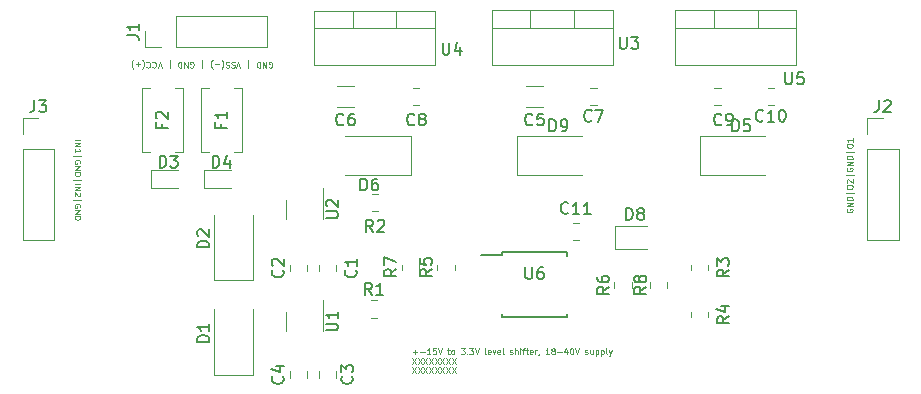
<source format=gto>
G04 #@! TF.GenerationSoftware,KiCad,Pcbnew,7.0.7*
G04 #@! TF.CreationDate,2023-09-04T18:07:58+02:00*
G04 #@! TF.ProjectId,lt15t3,6c743135-7433-42e6-9b69-6361645f7063,rev?*
G04 #@! TF.SameCoordinates,Original*
G04 #@! TF.FileFunction,Legend,Top*
G04 #@! TF.FilePolarity,Positive*
%FSLAX46Y46*%
G04 Gerber Fmt 4.6, Leading zero omitted, Abs format (unit mm)*
G04 Created by KiCad (PCBNEW 7.0.7) date 2023-09-04 18:07:58*
%MOMM*%
%LPD*%
G01*
G04 APERTURE LIST*
%ADD10C,0.125000*%
%ADD11C,0.150000*%
%ADD12C,0.120000*%
G04 APERTURE END LIST*
D10*
X140201283Y-58631833D02*
X140582236Y-58631833D01*
X140391759Y-58822309D02*
X140391759Y-58441357D01*
X140820331Y-58631833D02*
X141201284Y-58631833D01*
X141701284Y-58822309D02*
X141415570Y-58822309D01*
X141558427Y-58822309D02*
X141558427Y-58322309D01*
X141558427Y-58322309D02*
X141510808Y-58393738D01*
X141510808Y-58393738D02*
X141463189Y-58441357D01*
X141463189Y-58441357D02*
X141415570Y-58465166D01*
X142153664Y-58322309D02*
X141915569Y-58322309D01*
X141915569Y-58322309D02*
X141891760Y-58560404D01*
X141891760Y-58560404D02*
X141915569Y-58536595D01*
X141915569Y-58536595D02*
X141963188Y-58512785D01*
X141963188Y-58512785D02*
X142082236Y-58512785D01*
X142082236Y-58512785D02*
X142129855Y-58536595D01*
X142129855Y-58536595D02*
X142153664Y-58560404D01*
X142153664Y-58560404D02*
X142177474Y-58608023D01*
X142177474Y-58608023D02*
X142177474Y-58727071D01*
X142177474Y-58727071D02*
X142153664Y-58774690D01*
X142153664Y-58774690D02*
X142129855Y-58798500D01*
X142129855Y-58798500D02*
X142082236Y-58822309D01*
X142082236Y-58822309D02*
X141963188Y-58822309D01*
X141963188Y-58822309D02*
X141915569Y-58798500D01*
X141915569Y-58798500D02*
X141891760Y-58774690D01*
X142320331Y-58322309D02*
X142486997Y-58822309D01*
X142486997Y-58822309D02*
X142653664Y-58322309D01*
X143129854Y-58488976D02*
X143320330Y-58488976D01*
X143201282Y-58322309D02*
X143201282Y-58750880D01*
X143201282Y-58750880D02*
X143225092Y-58798500D01*
X143225092Y-58798500D02*
X143272711Y-58822309D01*
X143272711Y-58822309D02*
X143320330Y-58822309D01*
X143558425Y-58822309D02*
X143510806Y-58798500D01*
X143510806Y-58798500D02*
X143486996Y-58774690D01*
X143486996Y-58774690D02*
X143463187Y-58727071D01*
X143463187Y-58727071D02*
X143463187Y-58584214D01*
X143463187Y-58584214D02*
X143486996Y-58536595D01*
X143486996Y-58536595D02*
X143510806Y-58512785D01*
X143510806Y-58512785D02*
X143558425Y-58488976D01*
X143558425Y-58488976D02*
X143629853Y-58488976D01*
X143629853Y-58488976D02*
X143677472Y-58512785D01*
X143677472Y-58512785D02*
X143701282Y-58536595D01*
X143701282Y-58536595D02*
X143725091Y-58584214D01*
X143725091Y-58584214D02*
X143725091Y-58727071D01*
X143725091Y-58727071D02*
X143701282Y-58774690D01*
X143701282Y-58774690D02*
X143677472Y-58798500D01*
X143677472Y-58798500D02*
X143629853Y-58822309D01*
X143629853Y-58822309D02*
X143558425Y-58822309D01*
X144272710Y-58322309D02*
X144582234Y-58322309D01*
X144582234Y-58322309D02*
X144415567Y-58512785D01*
X144415567Y-58512785D02*
X144486996Y-58512785D01*
X144486996Y-58512785D02*
X144534615Y-58536595D01*
X144534615Y-58536595D02*
X144558424Y-58560404D01*
X144558424Y-58560404D02*
X144582234Y-58608023D01*
X144582234Y-58608023D02*
X144582234Y-58727071D01*
X144582234Y-58727071D02*
X144558424Y-58774690D01*
X144558424Y-58774690D02*
X144534615Y-58798500D01*
X144534615Y-58798500D02*
X144486996Y-58822309D01*
X144486996Y-58822309D02*
X144344139Y-58822309D01*
X144344139Y-58822309D02*
X144296520Y-58798500D01*
X144296520Y-58798500D02*
X144272710Y-58774690D01*
X144796519Y-58774690D02*
X144820329Y-58798500D01*
X144820329Y-58798500D02*
X144796519Y-58822309D01*
X144796519Y-58822309D02*
X144772710Y-58798500D01*
X144772710Y-58798500D02*
X144796519Y-58774690D01*
X144796519Y-58774690D02*
X144796519Y-58822309D01*
X144986995Y-58322309D02*
X145296519Y-58322309D01*
X145296519Y-58322309D02*
X145129852Y-58512785D01*
X145129852Y-58512785D02*
X145201281Y-58512785D01*
X145201281Y-58512785D02*
X145248900Y-58536595D01*
X145248900Y-58536595D02*
X145272709Y-58560404D01*
X145272709Y-58560404D02*
X145296519Y-58608023D01*
X145296519Y-58608023D02*
X145296519Y-58727071D01*
X145296519Y-58727071D02*
X145272709Y-58774690D01*
X145272709Y-58774690D02*
X145248900Y-58798500D01*
X145248900Y-58798500D02*
X145201281Y-58822309D01*
X145201281Y-58822309D02*
X145058424Y-58822309D01*
X145058424Y-58822309D02*
X145010805Y-58798500D01*
X145010805Y-58798500D02*
X144986995Y-58774690D01*
X145439376Y-58322309D02*
X145606042Y-58822309D01*
X145606042Y-58822309D02*
X145772709Y-58322309D01*
X146391756Y-58822309D02*
X146344137Y-58798500D01*
X146344137Y-58798500D02*
X146320327Y-58750880D01*
X146320327Y-58750880D02*
X146320327Y-58322309D01*
X146772708Y-58798500D02*
X146725089Y-58822309D01*
X146725089Y-58822309D02*
X146629851Y-58822309D01*
X146629851Y-58822309D02*
X146582232Y-58798500D01*
X146582232Y-58798500D02*
X146558423Y-58750880D01*
X146558423Y-58750880D02*
X146558423Y-58560404D01*
X146558423Y-58560404D02*
X146582232Y-58512785D01*
X146582232Y-58512785D02*
X146629851Y-58488976D01*
X146629851Y-58488976D02*
X146725089Y-58488976D01*
X146725089Y-58488976D02*
X146772708Y-58512785D01*
X146772708Y-58512785D02*
X146796518Y-58560404D01*
X146796518Y-58560404D02*
X146796518Y-58608023D01*
X146796518Y-58608023D02*
X146558423Y-58655642D01*
X146963184Y-58488976D02*
X147082232Y-58822309D01*
X147082232Y-58822309D02*
X147201279Y-58488976D01*
X147582231Y-58798500D02*
X147534612Y-58822309D01*
X147534612Y-58822309D02*
X147439374Y-58822309D01*
X147439374Y-58822309D02*
X147391755Y-58798500D01*
X147391755Y-58798500D02*
X147367946Y-58750880D01*
X147367946Y-58750880D02*
X147367946Y-58560404D01*
X147367946Y-58560404D02*
X147391755Y-58512785D01*
X147391755Y-58512785D02*
X147439374Y-58488976D01*
X147439374Y-58488976D02*
X147534612Y-58488976D01*
X147534612Y-58488976D02*
X147582231Y-58512785D01*
X147582231Y-58512785D02*
X147606041Y-58560404D01*
X147606041Y-58560404D02*
X147606041Y-58608023D01*
X147606041Y-58608023D02*
X147367946Y-58655642D01*
X147891755Y-58822309D02*
X147844136Y-58798500D01*
X147844136Y-58798500D02*
X147820326Y-58750880D01*
X147820326Y-58750880D02*
X147820326Y-58322309D01*
X148439374Y-58798500D02*
X148486993Y-58822309D01*
X148486993Y-58822309D02*
X148582231Y-58822309D01*
X148582231Y-58822309D02*
X148629850Y-58798500D01*
X148629850Y-58798500D02*
X148653659Y-58750880D01*
X148653659Y-58750880D02*
X148653659Y-58727071D01*
X148653659Y-58727071D02*
X148629850Y-58679452D01*
X148629850Y-58679452D02*
X148582231Y-58655642D01*
X148582231Y-58655642D02*
X148510802Y-58655642D01*
X148510802Y-58655642D02*
X148463183Y-58631833D01*
X148463183Y-58631833D02*
X148439374Y-58584214D01*
X148439374Y-58584214D02*
X148439374Y-58560404D01*
X148439374Y-58560404D02*
X148463183Y-58512785D01*
X148463183Y-58512785D02*
X148510802Y-58488976D01*
X148510802Y-58488976D02*
X148582231Y-58488976D01*
X148582231Y-58488976D02*
X148629850Y-58512785D01*
X148867945Y-58822309D02*
X148867945Y-58322309D01*
X149082231Y-58822309D02*
X149082231Y-58560404D01*
X149082231Y-58560404D02*
X149058421Y-58512785D01*
X149058421Y-58512785D02*
X149010802Y-58488976D01*
X149010802Y-58488976D02*
X148939374Y-58488976D01*
X148939374Y-58488976D02*
X148891755Y-58512785D01*
X148891755Y-58512785D02*
X148867945Y-58536595D01*
X149320326Y-58822309D02*
X149320326Y-58488976D01*
X149320326Y-58322309D02*
X149296517Y-58346119D01*
X149296517Y-58346119D02*
X149320326Y-58369928D01*
X149320326Y-58369928D02*
X149344136Y-58346119D01*
X149344136Y-58346119D02*
X149320326Y-58322309D01*
X149320326Y-58322309D02*
X149320326Y-58369928D01*
X149486993Y-58488976D02*
X149677469Y-58488976D01*
X149558421Y-58822309D02*
X149558421Y-58393738D01*
X149558421Y-58393738D02*
X149582231Y-58346119D01*
X149582231Y-58346119D02*
X149629850Y-58322309D01*
X149629850Y-58322309D02*
X149677469Y-58322309D01*
X149772707Y-58488976D02*
X149963183Y-58488976D01*
X149844135Y-58322309D02*
X149844135Y-58750880D01*
X149844135Y-58750880D02*
X149867945Y-58798500D01*
X149867945Y-58798500D02*
X149915564Y-58822309D01*
X149915564Y-58822309D02*
X149963183Y-58822309D01*
X150320325Y-58798500D02*
X150272706Y-58822309D01*
X150272706Y-58822309D02*
X150177468Y-58822309D01*
X150177468Y-58822309D02*
X150129849Y-58798500D01*
X150129849Y-58798500D02*
X150106040Y-58750880D01*
X150106040Y-58750880D02*
X150106040Y-58560404D01*
X150106040Y-58560404D02*
X150129849Y-58512785D01*
X150129849Y-58512785D02*
X150177468Y-58488976D01*
X150177468Y-58488976D02*
X150272706Y-58488976D01*
X150272706Y-58488976D02*
X150320325Y-58512785D01*
X150320325Y-58512785D02*
X150344135Y-58560404D01*
X150344135Y-58560404D02*
X150344135Y-58608023D01*
X150344135Y-58608023D02*
X150106040Y-58655642D01*
X150558420Y-58822309D02*
X150558420Y-58488976D01*
X150558420Y-58584214D02*
X150582230Y-58536595D01*
X150582230Y-58536595D02*
X150606039Y-58512785D01*
X150606039Y-58512785D02*
X150653658Y-58488976D01*
X150653658Y-58488976D02*
X150701277Y-58488976D01*
X150891754Y-58798500D02*
X150891754Y-58822309D01*
X150891754Y-58822309D02*
X150867944Y-58869928D01*
X150867944Y-58869928D02*
X150844135Y-58893738D01*
X151748896Y-58822309D02*
X151463182Y-58822309D01*
X151606039Y-58822309D02*
X151606039Y-58322309D01*
X151606039Y-58322309D02*
X151558420Y-58393738D01*
X151558420Y-58393738D02*
X151510801Y-58441357D01*
X151510801Y-58441357D02*
X151463182Y-58465166D01*
X152034610Y-58536595D02*
X151986991Y-58512785D01*
X151986991Y-58512785D02*
X151963181Y-58488976D01*
X151963181Y-58488976D02*
X151939372Y-58441357D01*
X151939372Y-58441357D02*
X151939372Y-58417547D01*
X151939372Y-58417547D02*
X151963181Y-58369928D01*
X151963181Y-58369928D02*
X151986991Y-58346119D01*
X151986991Y-58346119D02*
X152034610Y-58322309D01*
X152034610Y-58322309D02*
X152129848Y-58322309D01*
X152129848Y-58322309D02*
X152177467Y-58346119D01*
X152177467Y-58346119D02*
X152201276Y-58369928D01*
X152201276Y-58369928D02*
X152225086Y-58417547D01*
X152225086Y-58417547D02*
X152225086Y-58441357D01*
X152225086Y-58441357D02*
X152201276Y-58488976D01*
X152201276Y-58488976D02*
X152177467Y-58512785D01*
X152177467Y-58512785D02*
X152129848Y-58536595D01*
X152129848Y-58536595D02*
X152034610Y-58536595D01*
X152034610Y-58536595D02*
X151986991Y-58560404D01*
X151986991Y-58560404D02*
X151963181Y-58584214D01*
X151963181Y-58584214D02*
X151939372Y-58631833D01*
X151939372Y-58631833D02*
X151939372Y-58727071D01*
X151939372Y-58727071D02*
X151963181Y-58774690D01*
X151963181Y-58774690D02*
X151986991Y-58798500D01*
X151986991Y-58798500D02*
X152034610Y-58822309D01*
X152034610Y-58822309D02*
X152129848Y-58822309D01*
X152129848Y-58822309D02*
X152177467Y-58798500D01*
X152177467Y-58798500D02*
X152201276Y-58774690D01*
X152201276Y-58774690D02*
X152225086Y-58727071D01*
X152225086Y-58727071D02*
X152225086Y-58631833D01*
X152225086Y-58631833D02*
X152201276Y-58584214D01*
X152201276Y-58584214D02*
X152177467Y-58560404D01*
X152177467Y-58560404D02*
X152129848Y-58536595D01*
X152439371Y-58631833D02*
X152820324Y-58631833D01*
X153272705Y-58488976D02*
X153272705Y-58822309D01*
X153153657Y-58298500D02*
X153034610Y-58655642D01*
X153034610Y-58655642D02*
X153344133Y-58655642D01*
X153629847Y-58322309D02*
X153677466Y-58322309D01*
X153677466Y-58322309D02*
X153725085Y-58346119D01*
X153725085Y-58346119D02*
X153748895Y-58369928D01*
X153748895Y-58369928D02*
X153772704Y-58417547D01*
X153772704Y-58417547D02*
X153796514Y-58512785D01*
X153796514Y-58512785D02*
X153796514Y-58631833D01*
X153796514Y-58631833D02*
X153772704Y-58727071D01*
X153772704Y-58727071D02*
X153748895Y-58774690D01*
X153748895Y-58774690D02*
X153725085Y-58798500D01*
X153725085Y-58798500D02*
X153677466Y-58822309D01*
X153677466Y-58822309D02*
X153629847Y-58822309D01*
X153629847Y-58822309D02*
X153582228Y-58798500D01*
X153582228Y-58798500D02*
X153558419Y-58774690D01*
X153558419Y-58774690D02*
X153534609Y-58727071D01*
X153534609Y-58727071D02*
X153510800Y-58631833D01*
X153510800Y-58631833D02*
X153510800Y-58512785D01*
X153510800Y-58512785D02*
X153534609Y-58417547D01*
X153534609Y-58417547D02*
X153558419Y-58369928D01*
X153558419Y-58369928D02*
X153582228Y-58346119D01*
X153582228Y-58346119D02*
X153629847Y-58322309D01*
X153939371Y-58322309D02*
X154106037Y-58822309D01*
X154106037Y-58822309D02*
X154272704Y-58322309D01*
X154796513Y-58798500D02*
X154844132Y-58822309D01*
X154844132Y-58822309D02*
X154939370Y-58822309D01*
X154939370Y-58822309D02*
X154986989Y-58798500D01*
X154986989Y-58798500D02*
X155010798Y-58750880D01*
X155010798Y-58750880D02*
X155010798Y-58727071D01*
X155010798Y-58727071D02*
X154986989Y-58679452D01*
X154986989Y-58679452D02*
X154939370Y-58655642D01*
X154939370Y-58655642D02*
X154867941Y-58655642D01*
X154867941Y-58655642D02*
X154820322Y-58631833D01*
X154820322Y-58631833D02*
X154796513Y-58584214D01*
X154796513Y-58584214D02*
X154796513Y-58560404D01*
X154796513Y-58560404D02*
X154820322Y-58512785D01*
X154820322Y-58512785D02*
X154867941Y-58488976D01*
X154867941Y-58488976D02*
X154939370Y-58488976D01*
X154939370Y-58488976D02*
X154986989Y-58512785D01*
X155439370Y-58488976D02*
X155439370Y-58822309D01*
X155225084Y-58488976D02*
X155225084Y-58750880D01*
X155225084Y-58750880D02*
X155248894Y-58798500D01*
X155248894Y-58798500D02*
X155296513Y-58822309D01*
X155296513Y-58822309D02*
X155367941Y-58822309D01*
X155367941Y-58822309D02*
X155415560Y-58798500D01*
X155415560Y-58798500D02*
X155439370Y-58774690D01*
X155677465Y-58488976D02*
X155677465Y-58988976D01*
X155677465Y-58512785D02*
X155725084Y-58488976D01*
X155725084Y-58488976D02*
X155820322Y-58488976D01*
X155820322Y-58488976D02*
X155867941Y-58512785D01*
X155867941Y-58512785D02*
X155891751Y-58536595D01*
X155891751Y-58536595D02*
X155915560Y-58584214D01*
X155915560Y-58584214D02*
X155915560Y-58727071D01*
X155915560Y-58727071D02*
X155891751Y-58774690D01*
X155891751Y-58774690D02*
X155867941Y-58798500D01*
X155867941Y-58798500D02*
X155820322Y-58822309D01*
X155820322Y-58822309D02*
X155725084Y-58822309D01*
X155725084Y-58822309D02*
X155677465Y-58798500D01*
X156129846Y-58488976D02*
X156129846Y-58988976D01*
X156129846Y-58512785D02*
X156177465Y-58488976D01*
X156177465Y-58488976D02*
X156272703Y-58488976D01*
X156272703Y-58488976D02*
X156320322Y-58512785D01*
X156320322Y-58512785D02*
X156344132Y-58536595D01*
X156344132Y-58536595D02*
X156367941Y-58584214D01*
X156367941Y-58584214D02*
X156367941Y-58727071D01*
X156367941Y-58727071D02*
X156344132Y-58774690D01*
X156344132Y-58774690D02*
X156320322Y-58798500D01*
X156320322Y-58798500D02*
X156272703Y-58822309D01*
X156272703Y-58822309D02*
X156177465Y-58822309D01*
X156177465Y-58822309D02*
X156129846Y-58798500D01*
X156653656Y-58822309D02*
X156606037Y-58798500D01*
X156606037Y-58798500D02*
X156582227Y-58750880D01*
X156582227Y-58750880D02*
X156582227Y-58322309D01*
X156796513Y-58488976D02*
X156915561Y-58822309D01*
X157034608Y-58488976D02*
X156915561Y-58822309D01*
X156915561Y-58822309D02*
X156867942Y-58941357D01*
X156867942Y-58941357D02*
X156844132Y-58965166D01*
X156844132Y-58965166D02*
X156796513Y-58988976D01*
X140153664Y-59127309D02*
X140486997Y-59627309D01*
X140486997Y-59127309D02*
X140153664Y-59627309D01*
X140629854Y-59127309D02*
X140963187Y-59627309D01*
X140963187Y-59127309D02*
X140629854Y-59627309D01*
X141106044Y-59127309D02*
X141439377Y-59627309D01*
X141439377Y-59127309D02*
X141106044Y-59627309D01*
X141582234Y-59127309D02*
X141915567Y-59627309D01*
X141915567Y-59127309D02*
X141582234Y-59627309D01*
X142058424Y-59127309D02*
X142391757Y-59627309D01*
X142391757Y-59127309D02*
X142058424Y-59627309D01*
X142534614Y-59127309D02*
X142867947Y-59627309D01*
X142867947Y-59127309D02*
X142534614Y-59627309D01*
X143010804Y-59127309D02*
X143344137Y-59627309D01*
X143344137Y-59127309D02*
X143010804Y-59627309D01*
X143486994Y-59127309D02*
X143820327Y-59627309D01*
X143820327Y-59127309D02*
X143486994Y-59627309D01*
X140153664Y-59932309D02*
X140486997Y-60432309D01*
X140486997Y-59932309D02*
X140153664Y-60432309D01*
X140629854Y-59932309D02*
X140963187Y-60432309D01*
X140963187Y-59932309D02*
X140629854Y-60432309D01*
X141106044Y-59932309D02*
X141439377Y-60432309D01*
X141439377Y-59932309D02*
X141106044Y-60432309D01*
X141582234Y-59932309D02*
X141915567Y-60432309D01*
X141915567Y-59932309D02*
X141582234Y-60432309D01*
X142058424Y-59932309D02*
X142391757Y-60432309D01*
X142391757Y-59932309D02*
X142058424Y-60432309D01*
X142534614Y-59932309D02*
X142867947Y-60432309D01*
X142867947Y-59932309D02*
X142534614Y-60432309D01*
X143010804Y-59932309D02*
X143344137Y-60432309D01*
X143344137Y-59932309D02*
X143010804Y-60432309D01*
X143486994Y-59932309D02*
X143820327Y-60432309D01*
X143820327Y-59932309D02*
X143486994Y-60432309D01*
X176956119Y-46536811D02*
X176932309Y-46584430D01*
X176932309Y-46584430D02*
X176932309Y-46655859D01*
X176932309Y-46655859D02*
X176956119Y-46727287D01*
X176956119Y-46727287D02*
X177003738Y-46774906D01*
X177003738Y-46774906D02*
X177051357Y-46798716D01*
X177051357Y-46798716D02*
X177146595Y-46822525D01*
X177146595Y-46822525D02*
X177218023Y-46822525D01*
X177218023Y-46822525D02*
X177313261Y-46798716D01*
X177313261Y-46798716D02*
X177360880Y-46774906D01*
X177360880Y-46774906D02*
X177408500Y-46727287D01*
X177408500Y-46727287D02*
X177432309Y-46655859D01*
X177432309Y-46655859D02*
X177432309Y-46608240D01*
X177432309Y-46608240D02*
X177408500Y-46536811D01*
X177408500Y-46536811D02*
X177384690Y-46513002D01*
X177384690Y-46513002D02*
X177218023Y-46513002D01*
X177218023Y-46513002D02*
X177218023Y-46608240D01*
X177432309Y-46298716D02*
X176932309Y-46298716D01*
X176932309Y-46298716D02*
X177432309Y-46013002D01*
X177432309Y-46013002D02*
X176932309Y-46013002D01*
X177432309Y-45774906D02*
X176932309Y-45774906D01*
X176932309Y-45774906D02*
X176932309Y-45655858D01*
X176932309Y-45655858D02*
X176956119Y-45584430D01*
X176956119Y-45584430D02*
X177003738Y-45536811D01*
X177003738Y-45536811D02*
X177051357Y-45513001D01*
X177051357Y-45513001D02*
X177146595Y-45489192D01*
X177146595Y-45489192D02*
X177218023Y-45489192D01*
X177218023Y-45489192D02*
X177313261Y-45513001D01*
X177313261Y-45513001D02*
X177360880Y-45536811D01*
X177360880Y-45536811D02*
X177408500Y-45584430D01*
X177408500Y-45584430D02*
X177432309Y-45655858D01*
X177432309Y-45655858D02*
X177432309Y-45774906D01*
X177598976Y-45155858D02*
X176884690Y-45155858D01*
X176932309Y-44703478D02*
X176932309Y-44608240D01*
X176932309Y-44608240D02*
X176956119Y-44560621D01*
X176956119Y-44560621D02*
X177003738Y-44513002D01*
X177003738Y-44513002D02*
X177098976Y-44489192D01*
X177098976Y-44489192D02*
X177265642Y-44489192D01*
X177265642Y-44489192D02*
X177360880Y-44513002D01*
X177360880Y-44513002D02*
X177408500Y-44560621D01*
X177408500Y-44560621D02*
X177432309Y-44608240D01*
X177432309Y-44608240D02*
X177432309Y-44703478D01*
X177432309Y-44703478D02*
X177408500Y-44751097D01*
X177408500Y-44751097D02*
X177360880Y-44798716D01*
X177360880Y-44798716D02*
X177265642Y-44822525D01*
X177265642Y-44822525D02*
X177098976Y-44822525D01*
X177098976Y-44822525D02*
X177003738Y-44798716D01*
X177003738Y-44798716D02*
X176956119Y-44751097D01*
X176956119Y-44751097D02*
X176932309Y-44703478D01*
X176979928Y-44298715D02*
X176956119Y-44274906D01*
X176956119Y-44274906D02*
X176932309Y-44227287D01*
X176932309Y-44227287D02*
X176932309Y-44108239D01*
X176932309Y-44108239D02*
X176956119Y-44060620D01*
X176956119Y-44060620D02*
X176979928Y-44036811D01*
X176979928Y-44036811D02*
X177027547Y-44013001D01*
X177027547Y-44013001D02*
X177075166Y-44013001D01*
X177075166Y-44013001D02*
X177146595Y-44036811D01*
X177146595Y-44036811D02*
X177432309Y-44322525D01*
X177432309Y-44322525D02*
X177432309Y-44013001D01*
X177598976Y-43679668D02*
X176884690Y-43679668D01*
X176956119Y-43060621D02*
X176932309Y-43108240D01*
X176932309Y-43108240D02*
X176932309Y-43179669D01*
X176932309Y-43179669D02*
X176956119Y-43251097D01*
X176956119Y-43251097D02*
X177003738Y-43298716D01*
X177003738Y-43298716D02*
X177051357Y-43322526D01*
X177051357Y-43322526D02*
X177146595Y-43346335D01*
X177146595Y-43346335D02*
X177218023Y-43346335D01*
X177218023Y-43346335D02*
X177313261Y-43322526D01*
X177313261Y-43322526D02*
X177360880Y-43298716D01*
X177360880Y-43298716D02*
X177408500Y-43251097D01*
X177408500Y-43251097D02*
X177432309Y-43179669D01*
X177432309Y-43179669D02*
X177432309Y-43132050D01*
X177432309Y-43132050D02*
X177408500Y-43060621D01*
X177408500Y-43060621D02*
X177384690Y-43036812D01*
X177384690Y-43036812D02*
X177218023Y-43036812D01*
X177218023Y-43036812D02*
X177218023Y-43132050D01*
X177432309Y-42822526D02*
X176932309Y-42822526D01*
X176932309Y-42822526D02*
X177432309Y-42536812D01*
X177432309Y-42536812D02*
X176932309Y-42536812D01*
X177432309Y-42298716D02*
X176932309Y-42298716D01*
X176932309Y-42298716D02*
X176932309Y-42179668D01*
X176932309Y-42179668D02*
X176956119Y-42108240D01*
X176956119Y-42108240D02*
X177003738Y-42060621D01*
X177003738Y-42060621D02*
X177051357Y-42036811D01*
X177051357Y-42036811D02*
X177146595Y-42013002D01*
X177146595Y-42013002D02*
X177218023Y-42013002D01*
X177218023Y-42013002D02*
X177313261Y-42036811D01*
X177313261Y-42036811D02*
X177360880Y-42060621D01*
X177360880Y-42060621D02*
X177408500Y-42108240D01*
X177408500Y-42108240D02*
X177432309Y-42179668D01*
X177432309Y-42179668D02*
X177432309Y-42298716D01*
X177598976Y-41679668D02*
X176884690Y-41679668D01*
X176932309Y-41227288D02*
X176932309Y-41132050D01*
X176932309Y-41132050D02*
X176956119Y-41084431D01*
X176956119Y-41084431D02*
X177003738Y-41036812D01*
X177003738Y-41036812D02*
X177098976Y-41013002D01*
X177098976Y-41013002D02*
X177265642Y-41013002D01*
X177265642Y-41013002D02*
X177360880Y-41036812D01*
X177360880Y-41036812D02*
X177408500Y-41084431D01*
X177408500Y-41084431D02*
X177432309Y-41132050D01*
X177432309Y-41132050D02*
X177432309Y-41227288D01*
X177432309Y-41227288D02*
X177408500Y-41274907D01*
X177408500Y-41274907D02*
X177360880Y-41322526D01*
X177360880Y-41322526D02*
X177265642Y-41346335D01*
X177265642Y-41346335D02*
X177098976Y-41346335D01*
X177098976Y-41346335D02*
X177003738Y-41322526D01*
X177003738Y-41322526D02*
X176956119Y-41274907D01*
X176956119Y-41274907D02*
X176932309Y-41227288D01*
X177432309Y-40536811D02*
X177432309Y-40822525D01*
X177432309Y-40679668D02*
X176932309Y-40679668D01*
X176932309Y-40679668D02*
X177003738Y-40727287D01*
X177003738Y-40727287D02*
X177051357Y-40774906D01*
X177051357Y-40774906D02*
X177075166Y-40822525D01*
X111567690Y-40701283D02*
X112067690Y-40701283D01*
X111567690Y-40939378D02*
X112067690Y-40939378D01*
X112067690Y-40939378D02*
X111567690Y-41225092D01*
X111567690Y-41225092D02*
X112067690Y-41225092D01*
X111567690Y-41725093D02*
X111567690Y-41439379D01*
X111567690Y-41582236D02*
X112067690Y-41582236D01*
X112067690Y-41582236D02*
X111996261Y-41534617D01*
X111996261Y-41534617D02*
X111948642Y-41486998D01*
X111948642Y-41486998D02*
X111924833Y-41439379D01*
X111401023Y-42058426D02*
X112115309Y-42058426D01*
X112043880Y-42677473D02*
X112067690Y-42629854D01*
X112067690Y-42629854D02*
X112067690Y-42558425D01*
X112067690Y-42558425D02*
X112043880Y-42486997D01*
X112043880Y-42486997D02*
X111996261Y-42439378D01*
X111996261Y-42439378D02*
X111948642Y-42415568D01*
X111948642Y-42415568D02*
X111853404Y-42391759D01*
X111853404Y-42391759D02*
X111781976Y-42391759D01*
X111781976Y-42391759D02*
X111686738Y-42415568D01*
X111686738Y-42415568D02*
X111639119Y-42439378D01*
X111639119Y-42439378D02*
X111591500Y-42486997D01*
X111591500Y-42486997D02*
X111567690Y-42558425D01*
X111567690Y-42558425D02*
X111567690Y-42606044D01*
X111567690Y-42606044D02*
X111591500Y-42677473D01*
X111591500Y-42677473D02*
X111615309Y-42701282D01*
X111615309Y-42701282D02*
X111781976Y-42701282D01*
X111781976Y-42701282D02*
X111781976Y-42606044D01*
X111567690Y-42915568D02*
X112067690Y-42915568D01*
X112067690Y-42915568D02*
X111567690Y-43201282D01*
X111567690Y-43201282D02*
X112067690Y-43201282D01*
X111567690Y-43439378D02*
X112067690Y-43439378D01*
X112067690Y-43439378D02*
X112067690Y-43558426D01*
X112067690Y-43558426D02*
X112043880Y-43629854D01*
X112043880Y-43629854D02*
X111996261Y-43677473D01*
X111996261Y-43677473D02*
X111948642Y-43701283D01*
X111948642Y-43701283D02*
X111853404Y-43725092D01*
X111853404Y-43725092D02*
X111781976Y-43725092D01*
X111781976Y-43725092D02*
X111686738Y-43701283D01*
X111686738Y-43701283D02*
X111639119Y-43677473D01*
X111639119Y-43677473D02*
X111591500Y-43629854D01*
X111591500Y-43629854D02*
X111567690Y-43558426D01*
X111567690Y-43558426D02*
X111567690Y-43439378D01*
X111401023Y-44058426D02*
X112115309Y-44058426D01*
X111567690Y-44415568D02*
X112067690Y-44415568D01*
X111567690Y-44653663D02*
X112067690Y-44653663D01*
X112067690Y-44653663D02*
X111567690Y-44939377D01*
X111567690Y-44939377D02*
X112067690Y-44939377D01*
X112020071Y-45153664D02*
X112043880Y-45177473D01*
X112043880Y-45177473D02*
X112067690Y-45225092D01*
X112067690Y-45225092D02*
X112067690Y-45344140D01*
X112067690Y-45344140D02*
X112043880Y-45391759D01*
X112043880Y-45391759D02*
X112020071Y-45415568D01*
X112020071Y-45415568D02*
X111972452Y-45439378D01*
X111972452Y-45439378D02*
X111924833Y-45439378D01*
X111924833Y-45439378D02*
X111853404Y-45415568D01*
X111853404Y-45415568D02*
X111567690Y-45129854D01*
X111567690Y-45129854D02*
X111567690Y-45439378D01*
X111401023Y-45772711D02*
X112115309Y-45772711D01*
X112043880Y-46391758D02*
X112067690Y-46344139D01*
X112067690Y-46344139D02*
X112067690Y-46272710D01*
X112067690Y-46272710D02*
X112043880Y-46201282D01*
X112043880Y-46201282D02*
X111996261Y-46153663D01*
X111996261Y-46153663D02*
X111948642Y-46129853D01*
X111948642Y-46129853D02*
X111853404Y-46106044D01*
X111853404Y-46106044D02*
X111781976Y-46106044D01*
X111781976Y-46106044D02*
X111686738Y-46129853D01*
X111686738Y-46129853D02*
X111639119Y-46153663D01*
X111639119Y-46153663D02*
X111591500Y-46201282D01*
X111591500Y-46201282D02*
X111567690Y-46272710D01*
X111567690Y-46272710D02*
X111567690Y-46320329D01*
X111567690Y-46320329D02*
X111591500Y-46391758D01*
X111591500Y-46391758D02*
X111615309Y-46415567D01*
X111615309Y-46415567D02*
X111781976Y-46415567D01*
X111781976Y-46415567D02*
X111781976Y-46320329D01*
X111567690Y-46629853D02*
X112067690Y-46629853D01*
X112067690Y-46629853D02*
X111567690Y-46915567D01*
X111567690Y-46915567D02*
X112067690Y-46915567D01*
X111567690Y-47153663D02*
X112067690Y-47153663D01*
X112067690Y-47153663D02*
X112067690Y-47272711D01*
X112067690Y-47272711D02*
X112043880Y-47344139D01*
X112043880Y-47344139D02*
X111996261Y-47391758D01*
X111996261Y-47391758D02*
X111948642Y-47415568D01*
X111948642Y-47415568D02*
X111853404Y-47439377D01*
X111853404Y-47439377D02*
X111781976Y-47439377D01*
X111781976Y-47439377D02*
X111686738Y-47415568D01*
X111686738Y-47415568D02*
X111639119Y-47391758D01*
X111639119Y-47391758D02*
X111591500Y-47344139D01*
X111591500Y-47344139D02*
X111567690Y-47272711D01*
X111567690Y-47272711D02*
X111567690Y-47153663D01*
X128036811Y-34543880D02*
X128084430Y-34567690D01*
X128084430Y-34567690D02*
X128155859Y-34567690D01*
X128155859Y-34567690D02*
X128227287Y-34543880D01*
X128227287Y-34543880D02*
X128274906Y-34496261D01*
X128274906Y-34496261D02*
X128298716Y-34448642D01*
X128298716Y-34448642D02*
X128322525Y-34353404D01*
X128322525Y-34353404D02*
X128322525Y-34281976D01*
X128322525Y-34281976D02*
X128298716Y-34186738D01*
X128298716Y-34186738D02*
X128274906Y-34139119D01*
X128274906Y-34139119D02*
X128227287Y-34091500D01*
X128227287Y-34091500D02*
X128155859Y-34067690D01*
X128155859Y-34067690D02*
X128108240Y-34067690D01*
X128108240Y-34067690D02*
X128036811Y-34091500D01*
X128036811Y-34091500D02*
X128013002Y-34115309D01*
X128013002Y-34115309D02*
X128013002Y-34281976D01*
X128013002Y-34281976D02*
X128108240Y-34281976D01*
X127798716Y-34067690D02*
X127798716Y-34567690D01*
X127798716Y-34567690D02*
X127513002Y-34067690D01*
X127513002Y-34067690D02*
X127513002Y-34567690D01*
X127274906Y-34067690D02*
X127274906Y-34567690D01*
X127274906Y-34567690D02*
X127155858Y-34567690D01*
X127155858Y-34567690D02*
X127084430Y-34543880D01*
X127084430Y-34543880D02*
X127036811Y-34496261D01*
X127036811Y-34496261D02*
X127013001Y-34448642D01*
X127013001Y-34448642D02*
X126989192Y-34353404D01*
X126989192Y-34353404D02*
X126989192Y-34281976D01*
X126989192Y-34281976D02*
X127013001Y-34186738D01*
X127013001Y-34186738D02*
X127036811Y-34139119D01*
X127036811Y-34139119D02*
X127084430Y-34091500D01*
X127084430Y-34091500D02*
X127155858Y-34067690D01*
X127155858Y-34067690D02*
X127274906Y-34067690D01*
X126274906Y-33901023D02*
X126274906Y-34615309D01*
X125608240Y-34567690D02*
X125441574Y-34067690D01*
X125441574Y-34067690D02*
X125274907Y-34567690D01*
X125132050Y-34091500D02*
X125060622Y-34067690D01*
X125060622Y-34067690D02*
X124941574Y-34067690D01*
X124941574Y-34067690D02*
X124893955Y-34091500D01*
X124893955Y-34091500D02*
X124870146Y-34115309D01*
X124870146Y-34115309D02*
X124846336Y-34162928D01*
X124846336Y-34162928D02*
X124846336Y-34210547D01*
X124846336Y-34210547D02*
X124870146Y-34258166D01*
X124870146Y-34258166D02*
X124893955Y-34281976D01*
X124893955Y-34281976D02*
X124941574Y-34305785D01*
X124941574Y-34305785D02*
X125036812Y-34329595D01*
X125036812Y-34329595D02*
X125084431Y-34353404D01*
X125084431Y-34353404D02*
X125108241Y-34377214D01*
X125108241Y-34377214D02*
X125132050Y-34424833D01*
X125132050Y-34424833D02*
X125132050Y-34472452D01*
X125132050Y-34472452D02*
X125108241Y-34520071D01*
X125108241Y-34520071D02*
X125084431Y-34543880D01*
X125084431Y-34543880D02*
X125036812Y-34567690D01*
X125036812Y-34567690D02*
X124917765Y-34567690D01*
X124917765Y-34567690D02*
X124846336Y-34543880D01*
X124655860Y-34091500D02*
X124584432Y-34067690D01*
X124584432Y-34067690D02*
X124465384Y-34067690D01*
X124465384Y-34067690D02*
X124417765Y-34091500D01*
X124417765Y-34091500D02*
X124393956Y-34115309D01*
X124393956Y-34115309D02*
X124370146Y-34162928D01*
X124370146Y-34162928D02*
X124370146Y-34210547D01*
X124370146Y-34210547D02*
X124393956Y-34258166D01*
X124393956Y-34258166D02*
X124417765Y-34281976D01*
X124417765Y-34281976D02*
X124465384Y-34305785D01*
X124465384Y-34305785D02*
X124560622Y-34329595D01*
X124560622Y-34329595D02*
X124608241Y-34353404D01*
X124608241Y-34353404D02*
X124632051Y-34377214D01*
X124632051Y-34377214D02*
X124655860Y-34424833D01*
X124655860Y-34424833D02*
X124655860Y-34472452D01*
X124655860Y-34472452D02*
X124632051Y-34520071D01*
X124632051Y-34520071D02*
X124608241Y-34543880D01*
X124608241Y-34543880D02*
X124560622Y-34567690D01*
X124560622Y-34567690D02*
X124441575Y-34567690D01*
X124441575Y-34567690D02*
X124370146Y-34543880D01*
X124013004Y-33877214D02*
X124036813Y-33901023D01*
X124036813Y-33901023D02*
X124084432Y-33972452D01*
X124084432Y-33972452D02*
X124108242Y-34020071D01*
X124108242Y-34020071D02*
X124132051Y-34091500D01*
X124132051Y-34091500D02*
X124155861Y-34210547D01*
X124155861Y-34210547D02*
X124155861Y-34305785D01*
X124155861Y-34305785D02*
X124132051Y-34424833D01*
X124132051Y-34424833D02*
X124108242Y-34496261D01*
X124108242Y-34496261D02*
X124084432Y-34543880D01*
X124084432Y-34543880D02*
X124036813Y-34615309D01*
X124036813Y-34615309D02*
X124013004Y-34639119D01*
X123822528Y-34258166D02*
X123441576Y-34258166D01*
X123251099Y-33877214D02*
X123227289Y-33901023D01*
X123227289Y-33901023D02*
X123179670Y-33972452D01*
X123179670Y-33972452D02*
X123155861Y-34020071D01*
X123155861Y-34020071D02*
X123132051Y-34091500D01*
X123132051Y-34091500D02*
X123108242Y-34210547D01*
X123108242Y-34210547D02*
X123108242Y-34305785D01*
X123108242Y-34305785D02*
X123132051Y-34424833D01*
X123132051Y-34424833D02*
X123155861Y-34496261D01*
X123155861Y-34496261D02*
X123179670Y-34543880D01*
X123179670Y-34543880D02*
X123227289Y-34615309D01*
X123227289Y-34615309D02*
X123251099Y-34639119D01*
X122370147Y-33901023D02*
X122370147Y-34615309D01*
X121370148Y-34543880D02*
X121417767Y-34567690D01*
X121417767Y-34567690D02*
X121489196Y-34567690D01*
X121489196Y-34567690D02*
X121560624Y-34543880D01*
X121560624Y-34543880D02*
X121608243Y-34496261D01*
X121608243Y-34496261D02*
X121632053Y-34448642D01*
X121632053Y-34448642D02*
X121655862Y-34353404D01*
X121655862Y-34353404D02*
X121655862Y-34281976D01*
X121655862Y-34281976D02*
X121632053Y-34186738D01*
X121632053Y-34186738D02*
X121608243Y-34139119D01*
X121608243Y-34139119D02*
X121560624Y-34091500D01*
X121560624Y-34091500D02*
X121489196Y-34067690D01*
X121489196Y-34067690D02*
X121441577Y-34067690D01*
X121441577Y-34067690D02*
X121370148Y-34091500D01*
X121370148Y-34091500D02*
X121346339Y-34115309D01*
X121346339Y-34115309D02*
X121346339Y-34281976D01*
X121346339Y-34281976D02*
X121441577Y-34281976D01*
X121132053Y-34067690D02*
X121132053Y-34567690D01*
X121132053Y-34567690D02*
X120846339Y-34067690D01*
X120846339Y-34067690D02*
X120846339Y-34567690D01*
X120608243Y-34067690D02*
X120608243Y-34567690D01*
X120608243Y-34567690D02*
X120489195Y-34567690D01*
X120489195Y-34567690D02*
X120417767Y-34543880D01*
X120417767Y-34543880D02*
X120370148Y-34496261D01*
X120370148Y-34496261D02*
X120346338Y-34448642D01*
X120346338Y-34448642D02*
X120322529Y-34353404D01*
X120322529Y-34353404D02*
X120322529Y-34281976D01*
X120322529Y-34281976D02*
X120346338Y-34186738D01*
X120346338Y-34186738D02*
X120370148Y-34139119D01*
X120370148Y-34139119D02*
X120417767Y-34091500D01*
X120417767Y-34091500D02*
X120489195Y-34067690D01*
X120489195Y-34067690D02*
X120608243Y-34067690D01*
X119608243Y-33901023D02*
X119608243Y-34615309D01*
X118941577Y-34567690D02*
X118774911Y-34067690D01*
X118774911Y-34067690D02*
X118608244Y-34567690D01*
X118155864Y-34115309D02*
X118179673Y-34091500D01*
X118179673Y-34091500D02*
X118251102Y-34067690D01*
X118251102Y-34067690D02*
X118298721Y-34067690D01*
X118298721Y-34067690D02*
X118370149Y-34091500D01*
X118370149Y-34091500D02*
X118417768Y-34139119D01*
X118417768Y-34139119D02*
X118441578Y-34186738D01*
X118441578Y-34186738D02*
X118465387Y-34281976D01*
X118465387Y-34281976D02*
X118465387Y-34353404D01*
X118465387Y-34353404D02*
X118441578Y-34448642D01*
X118441578Y-34448642D02*
X118417768Y-34496261D01*
X118417768Y-34496261D02*
X118370149Y-34543880D01*
X118370149Y-34543880D02*
X118298721Y-34567690D01*
X118298721Y-34567690D02*
X118251102Y-34567690D01*
X118251102Y-34567690D02*
X118179673Y-34543880D01*
X118179673Y-34543880D02*
X118155864Y-34520071D01*
X117655864Y-34115309D02*
X117679673Y-34091500D01*
X117679673Y-34091500D02*
X117751102Y-34067690D01*
X117751102Y-34067690D02*
X117798721Y-34067690D01*
X117798721Y-34067690D02*
X117870149Y-34091500D01*
X117870149Y-34091500D02*
X117917768Y-34139119D01*
X117917768Y-34139119D02*
X117941578Y-34186738D01*
X117941578Y-34186738D02*
X117965387Y-34281976D01*
X117965387Y-34281976D02*
X117965387Y-34353404D01*
X117965387Y-34353404D02*
X117941578Y-34448642D01*
X117941578Y-34448642D02*
X117917768Y-34496261D01*
X117917768Y-34496261D02*
X117870149Y-34543880D01*
X117870149Y-34543880D02*
X117798721Y-34567690D01*
X117798721Y-34567690D02*
X117751102Y-34567690D01*
X117751102Y-34567690D02*
X117679673Y-34543880D01*
X117679673Y-34543880D02*
X117655864Y-34520071D01*
X117298721Y-33877214D02*
X117322530Y-33901023D01*
X117322530Y-33901023D02*
X117370149Y-33972452D01*
X117370149Y-33972452D02*
X117393959Y-34020071D01*
X117393959Y-34020071D02*
X117417768Y-34091500D01*
X117417768Y-34091500D02*
X117441578Y-34210547D01*
X117441578Y-34210547D02*
X117441578Y-34305785D01*
X117441578Y-34305785D02*
X117417768Y-34424833D01*
X117417768Y-34424833D02*
X117393959Y-34496261D01*
X117393959Y-34496261D02*
X117370149Y-34543880D01*
X117370149Y-34543880D02*
X117322530Y-34615309D01*
X117322530Y-34615309D02*
X117298721Y-34639119D01*
X117108245Y-34258166D02*
X116727293Y-34258166D01*
X116917769Y-34067690D02*
X116917769Y-34448642D01*
X116536816Y-33877214D02*
X116513006Y-33901023D01*
X116513006Y-33901023D02*
X116465387Y-33972452D01*
X116465387Y-33972452D02*
X116441578Y-34020071D01*
X116441578Y-34020071D02*
X116417768Y-34091500D01*
X116417768Y-34091500D02*
X116393959Y-34210547D01*
X116393959Y-34210547D02*
X116393959Y-34305785D01*
X116393959Y-34305785D02*
X116417768Y-34424833D01*
X116417768Y-34424833D02*
X116441578Y-34496261D01*
X116441578Y-34496261D02*
X116465387Y-34543880D01*
X116465387Y-34543880D02*
X116513006Y-34615309D01*
X116513006Y-34615309D02*
X116536816Y-34639119D01*
D11*
X151761905Y-39954819D02*
X151761905Y-38954819D01*
X151761905Y-38954819D02*
X152000000Y-38954819D01*
X152000000Y-38954819D02*
X152142857Y-39002438D01*
X152142857Y-39002438D02*
X152238095Y-39097676D01*
X152238095Y-39097676D02*
X152285714Y-39192914D01*
X152285714Y-39192914D02*
X152333333Y-39383390D01*
X152333333Y-39383390D02*
X152333333Y-39526247D01*
X152333333Y-39526247D02*
X152285714Y-39716723D01*
X152285714Y-39716723D02*
X152238095Y-39811961D01*
X152238095Y-39811961D02*
X152142857Y-39907200D01*
X152142857Y-39907200D02*
X152000000Y-39954819D01*
X152000000Y-39954819D02*
X151761905Y-39954819D01*
X152809524Y-39954819D02*
X153000000Y-39954819D01*
X153000000Y-39954819D02*
X153095238Y-39907200D01*
X153095238Y-39907200D02*
X153142857Y-39859580D01*
X153142857Y-39859580D02*
X153238095Y-39716723D01*
X153238095Y-39716723D02*
X153285714Y-39526247D01*
X153285714Y-39526247D02*
X153285714Y-39145295D01*
X153285714Y-39145295D02*
X153238095Y-39050057D01*
X153238095Y-39050057D02*
X153190476Y-39002438D01*
X153190476Y-39002438D02*
X153095238Y-38954819D01*
X153095238Y-38954819D02*
X152904762Y-38954819D01*
X152904762Y-38954819D02*
X152809524Y-39002438D01*
X152809524Y-39002438D02*
X152761905Y-39050057D01*
X152761905Y-39050057D02*
X152714286Y-39145295D01*
X152714286Y-39145295D02*
X152714286Y-39383390D01*
X152714286Y-39383390D02*
X152761905Y-39478628D01*
X152761905Y-39478628D02*
X152809524Y-39526247D01*
X152809524Y-39526247D02*
X152904762Y-39573866D01*
X152904762Y-39573866D02*
X153095238Y-39573866D01*
X153095238Y-39573866D02*
X153190476Y-39526247D01*
X153190476Y-39526247D02*
X153238095Y-39478628D01*
X153238095Y-39478628D02*
X153285714Y-39383390D01*
X135761905Y-44954819D02*
X135761905Y-43954819D01*
X135761905Y-43954819D02*
X136000000Y-43954819D01*
X136000000Y-43954819D02*
X136142857Y-44002438D01*
X136142857Y-44002438D02*
X136238095Y-44097676D01*
X136238095Y-44097676D02*
X136285714Y-44192914D01*
X136285714Y-44192914D02*
X136333333Y-44383390D01*
X136333333Y-44383390D02*
X136333333Y-44526247D01*
X136333333Y-44526247D02*
X136285714Y-44716723D01*
X136285714Y-44716723D02*
X136238095Y-44811961D01*
X136238095Y-44811961D02*
X136142857Y-44907200D01*
X136142857Y-44907200D02*
X136000000Y-44954819D01*
X136000000Y-44954819D02*
X135761905Y-44954819D01*
X137190476Y-43954819D02*
X137000000Y-43954819D01*
X137000000Y-43954819D02*
X136904762Y-44002438D01*
X136904762Y-44002438D02*
X136857143Y-44050057D01*
X136857143Y-44050057D02*
X136761905Y-44192914D01*
X136761905Y-44192914D02*
X136714286Y-44383390D01*
X136714286Y-44383390D02*
X136714286Y-44764342D01*
X136714286Y-44764342D02*
X136761905Y-44859580D01*
X136761905Y-44859580D02*
X136809524Y-44907200D01*
X136809524Y-44907200D02*
X136904762Y-44954819D01*
X136904762Y-44954819D02*
X137095238Y-44954819D01*
X137095238Y-44954819D02*
X137190476Y-44907200D01*
X137190476Y-44907200D02*
X137238095Y-44859580D01*
X137238095Y-44859580D02*
X137285714Y-44764342D01*
X137285714Y-44764342D02*
X137285714Y-44526247D01*
X137285714Y-44526247D02*
X137238095Y-44431009D01*
X137238095Y-44431009D02*
X137190476Y-44383390D01*
X137190476Y-44383390D02*
X137095238Y-44335771D01*
X137095238Y-44335771D02*
X136904762Y-44335771D01*
X136904762Y-44335771D02*
X136809524Y-44383390D01*
X136809524Y-44383390D02*
X136761905Y-44431009D01*
X136761905Y-44431009D02*
X136714286Y-44526247D01*
X167261905Y-39954819D02*
X167261905Y-38954819D01*
X167261905Y-38954819D02*
X167500000Y-38954819D01*
X167500000Y-38954819D02*
X167642857Y-39002438D01*
X167642857Y-39002438D02*
X167738095Y-39097676D01*
X167738095Y-39097676D02*
X167785714Y-39192914D01*
X167785714Y-39192914D02*
X167833333Y-39383390D01*
X167833333Y-39383390D02*
X167833333Y-39526247D01*
X167833333Y-39526247D02*
X167785714Y-39716723D01*
X167785714Y-39716723D02*
X167738095Y-39811961D01*
X167738095Y-39811961D02*
X167642857Y-39907200D01*
X167642857Y-39907200D02*
X167500000Y-39954819D01*
X167500000Y-39954819D02*
X167261905Y-39954819D01*
X168738095Y-38954819D02*
X168261905Y-38954819D01*
X168261905Y-38954819D02*
X168214286Y-39431009D01*
X168214286Y-39431009D02*
X168261905Y-39383390D01*
X168261905Y-39383390D02*
X168357143Y-39335771D01*
X168357143Y-39335771D02*
X168595238Y-39335771D01*
X168595238Y-39335771D02*
X168690476Y-39383390D01*
X168690476Y-39383390D02*
X168738095Y-39431009D01*
X168738095Y-39431009D02*
X168785714Y-39526247D01*
X168785714Y-39526247D02*
X168785714Y-39764342D01*
X168785714Y-39764342D02*
X168738095Y-39859580D01*
X168738095Y-39859580D02*
X168690476Y-39907200D01*
X168690476Y-39907200D02*
X168595238Y-39954819D01*
X168595238Y-39954819D02*
X168357143Y-39954819D01*
X168357143Y-39954819D02*
X168261905Y-39907200D01*
X168261905Y-39907200D02*
X168214286Y-39859580D01*
X149738095Y-51454819D02*
X149738095Y-52264342D01*
X149738095Y-52264342D02*
X149785714Y-52359580D01*
X149785714Y-52359580D02*
X149833333Y-52407200D01*
X149833333Y-52407200D02*
X149928571Y-52454819D01*
X149928571Y-52454819D02*
X150119047Y-52454819D01*
X150119047Y-52454819D02*
X150214285Y-52407200D01*
X150214285Y-52407200D02*
X150261904Y-52359580D01*
X150261904Y-52359580D02*
X150309523Y-52264342D01*
X150309523Y-52264342D02*
X150309523Y-51454819D01*
X151214285Y-51454819D02*
X151023809Y-51454819D01*
X151023809Y-51454819D02*
X150928571Y-51502438D01*
X150928571Y-51502438D02*
X150880952Y-51550057D01*
X150880952Y-51550057D02*
X150785714Y-51692914D01*
X150785714Y-51692914D02*
X150738095Y-51883390D01*
X150738095Y-51883390D02*
X150738095Y-52264342D01*
X150738095Y-52264342D02*
X150785714Y-52359580D01*
X150785714Y-52359580D02*
X150833333Y-52407200D01*
X150833333Y-52407200D02*
X150928571Y-52454819D01*
X150928571Y-52454819D02*
X151119047Y-52454819D01*
X151119047Y-52454819D02*
X151214285Y-52407200D01*
X151214285Y-52407200D02*
X151261904Y-52359580D01*
X151261904Y-52359580D02*
X151309523Y-52264342D01*
X151309523Y-52264342D02*
X151309523Y-52026247D01*
X151309523Y-52026247D02*
X151261904Y-51931009D01*
X151261904Y-51931009D02*
X151214285Y-51883390D01*
X151214285Y-51883390D02*
X151119047Y-51835771D01*
X151119047Y-51835771D02*
X150928571Y-51835771D01*
X150928571Y-51835771D02*
X150833333Y-51883390D01*
X150833333Y-51883390D02*
X150785714Y-51931009D01*
X150785714Y-51931009D02*
X150738095Y-52026247D01*
X171738095Y-34954819D02*
X171738095Y-35764342D01*
X171738095Y-35764342D02*
X171785714Y-35859580D01*
X171785714Y-35859580D02*
X171833333Y-35907200D01*
X171833333Y-35907200D02*
X171928571Y-35954819D01*
X171928571Y-35954819D02*
X172119047Y-35954819D01*
X172119047Y-35954819D02*
X172214285Y-35907200D01*
X172214285Y-35907200D02*
X172261904Y-35859580D01*
X172261904Y-35859580D02*
X172309523Y-35764342D01*
X172309523Y-35764342D02*
X172309523Y-34954819D01*
X173261904Y-34954819D02*
X172785714Y-34954819D01*
X172785714Y-34954819D02*
X172738095Y-35431009D01*
X172738095Y-35431009D02*
X172785714Y-35383390D01*
X172785714Y-35383390D02*
X172880952Y-35335771D01*
X172880952Y-35335771D02*
X173119047Y-35335771D01*
X173119047Y-35335771D02*
X173214285Y-35383390D01*
X173214285Y-35383390D02*
X173261904Y-35431009D01*
X173261904Y-35431009D02*
X173309523Y-35526247D01*
X173309523Y-35526247D02*
X173309523Y-35764342D01*
X173309523Y-35764342D02*
X173261904Y-35859580D01*
X173261904Y-35859580D02*
X173214285Y-35907200D01*
X173214285Y-35907200D02*
X173119047Y-35954819D01*
X173119047Y-35954819D02*
X172880952Y-35954819D01*
X172880952Y-35954819D02*
X172785714Y-35907200D01*
X172785714Y-35907200D02*
X172738095Y-35859580D01*
X142738095Y-32454819D02*
X142738095Y-33264342D01*
X142738095Y-33264342D02*
X142785714Y-33359580D01*
X142785714Y-33359580D02*
X142833333Y-33407200D01*
X142833333Y-33407200D02*
X142928571Y-33454819D01*
X142928571Y-33454819D02*
X143119047Y-33454819D01*
X143119047Y-33454819D02*
X143214285Y-33407200D01*
X143214285Y-33407200D02*
X143261904Y-33359580D01*
X143261904Y-33359580D02*
X143309523Y-33264342D01*
X143309523Y-33264342D02*
X143309523Y-32454819D01*
X144214285Y-32788152D02*
X144214285Y-33454819D01*
X143976190Y-32407200D02*
X143738095Y-33121485D01*
X143738095Y-33121485D02*
X144357142Y-33121485D01*
X157738095Y-31954819D02*
X157738095Y-32764342D01*
X157738095Y-32764342D02*
X157785714Y-32859580D01*
X157785714Y-32859580D02*
X157833333Y-32907200D01*
X157833333Y-32907200D02*
X157928571Y-32954819D01*
X157928571Y-32954819D02*
X158119047Y-32954819D01*
X158119047Y-32954819D02*
X158214285Y-32907200D01*
X158214285Y-32907200D02*
X158261904Y-32859580D01*
X158261904Y-32859580D02*
X158309523Y-32764342D01*
X158309523Y-32764342D02*
X158309523Y-31954819D01*
X158690476Y-31954819D02*
X159309523Y-31954819D01*
X159309523Y-31954819D02*
X158976190Y-32335771D01*
X158976190Y-32335771D02*
X159119047Y-32335771D01*
X159119047Y-32335771D02*
X159214285Y-32383390D01*
X159214285Y-32383390D02*
X159261904Y-32431009D01*
X159261904Y-32431009D02*
X159309523Y-32526247D01*
X159309523Y-32526247D02*
X159309523Y-32764342D01*
X159309523Y-32764342D02*
X159261904Y-32859580D01*
X159261904Y-32859580D02*
X159214285Y-32907200D01*
X159214285Y-32907200D02*
X159119047Y-32954819D01*
X159119047Y-32954819D02*
X158833333Y-32954819D01*
X158833333Y-32954819D02*
X158738095Y-32907200D01*
X158738095Y-32907200D02*
X158690476Y-32859580D01*
X132854819Y-47301904D02*
X133664342Y-47301904D01*
X133664342Y-47301904D02*
X133759580Y-47254285D01*
X133759580Y-47254285D02*
X133807200Y-47206666D01*
X133807200Y-47206666D02*
X133854819Y-47111428D01*
X133854819Y-47111428D02*
X133854819Y-46920952D01*
X133854819Y-46920952D02*
X133807200Y-46825714D01*
X133807200Y-46825714D02*
X133759580Y-46778095D01*
X133759580Y-46778095D02*
X133664342Y-46730476D01*
X133664342Y-46730476D02*
X132854819Y-46730476D01*
X132950057Y-46301904D02*
X132902438Y-46254285D01*
X132902438Y-46254285D02*
X132854819Y-46159047D01*
X132854819Y-46159047D02*
X132854819Y-45920952D01*
X132854819Y-45920952D02*
X132902438Y-45825714D01*
X132902438Y-45825714D02*
X132950057Y-45778095D01*
X132950057Y-45778095D02*
X133045295Y-45730476D01*
X133045295Y-45730476D02*
X133140533Y-45730476D01*
X133140533Y-45730476D02*
X133283390Y-45778095D01*
X133283390Y-45778095D02*
X133854819Y-46349523D01*
X133854819Y-46349523D02*
X133854819Y-45730476D01*
X132854819Y-56801904D02*
X133664342Y-56801904D01*
X133664342Y-56801904D02*
X133759580Y-56754285D01*
X133759580Y-56754285D02*
X133807200Y-56706666D01*
X133807200Y-56706666D02*
X133854819Y-56611428D01*
X133854819Y-56611428D02*
X133854819Y-56420952D01*
X133854819Y-56420952D02*
X133807200Y-56325714D01*
X133807200Y-56325714D02*
X133759580Y-56278095D01*
X133759580Y-56278095D02*
X133664342Y-56230476D01*
X133664342Y-56230476D02*
X132854819Y-56230476D01*
X133854819Y-55230476D02*
X133854819Y-55801904D01*
X133854819Y-55516190D02*
X132854819Y-55516190D01*
X132854819Y-55516190D02*
X132997676Y-55611428D01*
X132997676Y-55611428D02*
X133092914Y-55706666D01*
X133092914Y-55706666D02*
X133140533Y-55801904D01*
X159954819Y-53126666D02*
X159478628Y-53459999D01*
X159954819Y-53698094D02*
X158954819Y-53698094D01*
X158954819Y-53698094D02*
X158954819Y-53317142D01*
X158954819Y-53317142D02*
X159002438Y-53221904D01*
X159002438Y-53221904D02*
X159050057Y-53174285D01*
X159050057Y-53174285D02*
X159145295Y-53126666D01*
X159145295Y-53126666D02*
X159288152Y-53126666D01*
X159288152Y-53126666D02*
X159383390Y-53174285D01*
X159383390Y-53174285D02*
X159431009Y-53221904D01*
X159431009Y-53221904D02*
X159478628Y-53317142D01*
X159478628Y-53317142D02*
X159478628Y-53698094D01*
X159383390Y-52555237D02*
X159335771Y-52650475D01*
X159335771Y-52650475D02*
X159288152Y-52698094D01*
X159288152Y-52698094D02*
X159192914Y-52745713D01*
X159192914Y-52745713D02*
X159145295Y-52745713D01*
X159145295Y-52745713D02*
X159050057Y-52698094D01*
X159050057Y-52698094D02*
X159002438Y-52650475D01*
X159002438Y-52650475D02*
X158954819Y-52555237D01*
X158954819Y-52555237D02*
X158954819Y-52364761D01*
X158954819Y-52364761D02*
X159002438Y-52269523D01*
X159002438Y-52269523D02*
X159050057Y-52221904D01*
X159050057Y-52221904D02*
X159145295Y-52174285D01*
X159145295Y-52174285D02*
X159192914Y-52174285D01*
X159192914Y-52174285D02*
X159288152Y-52221904D01*
X159288152Y-52221904D02*
X159335771Y-52269523D01*
X159335771Y-52269523D02*
X159383390Y-52364761D01*
X159383390Y-52364761D02*
X159383390Y-52555237D01*
X159383390Y-52555237D02*
X159431009Y-52650475D01*
X159431009Y-52650475D02*
X159478628Y-52698094D01*
X159478628Y-52698094D02*
X159573866Y-52745713D01*
X159573866Y-52745713D02*
X159764342Y-52745713D01*
X159764342Y-52745713D02*
X159859580Y-52698094D01*
X159859580Y-52698094D02*
X159907200Y-52650475D01*
X159907200Y-52650475D02*
X159954819Y-52555237D01*
X159954819Y-52555237D02*
X159954819Y-52364761D01*
X159954819Y-52364761D02*
X159907200Y-52269523D01*
X159907200Y-52269523D02*
X159859580Y-52221904D01*
X159859580Y-52221904D02*
X159764342Y-52174285D01*
X159764342Y-52174285D02*
X159573866Y-52174285D01*
X159573866Y-52174285D02*
X159478628Y-52221904D01*
X159478628Y-52221904D02*
X159431009Y-52269523D01*
X159431009Y-52269523D02*
X159383390Y-52364761D01*
X138804819Y-51626666D02*
X138328628Y-51959999D01*
X138804819Y-52198094D02*
X137804819Y-52198094D01*
X137804819Y-52198094D02*
X137804819Y-51817142D01*
X137804819Y-51817142D02*
X137852438Y-51721904D01*
X137852438Y-51721904D02*
X137900057Y-51674285D01*
X137900057Y-51674285D02*
X137995295Y-51626666D01*
X137995295Y-51626666D02*
X138138152Y-51626666D01*
X138138152Y-51626666D02*
X138233390Y-51674285D01*
X138233390Y-51674285D02*
X138281009Y-51721904D01*
X138281009Y-51721904D02*
X138328628Y-51817142D01*
X138328628Y-51817142D02*
X138328628Y-52198094D01*
X137804819Y-51293332D02*
X137804819Y-50626666D01*
X137804819Y-50626666D02*
X138804819Y-51055237D01*
X156804819Y-53126666D02*
X156328628Y-53459999D01*
X156804819Y-53698094D02*
X155804819Y-53698094D01*
X155804819Y-53698094D02*
X155804819Y-53317142D01*
X155804819Y-53317142D02*
X155852438Y-53221904D01*
X155852438Y-53221904D02*
X155900057Y-53174285D01*
X155900057Y-53174285D02*
X155995295Y-53126666D01*
X155995295Y-53126666D02*
X156138152Y-53126666D01*
X156138152Y-53126666D02*
X156233390Y-53174285D01*
X156233390Y-53174285D02*
X156281009Y-53221904D01*
X156281009Y-53221904D02*
X156328628Y-53317142D01*
X156328628Y-53317142D02*
X156328628Y-53698094D01*
X155804819Y-52269523D02*
X155804819Y-52459999D01*
X155804819Y-52459999D02*
X155852438Y-52555237D01*
X155852438Y-52555237D02*
X155900057Y-52602856D01*
X155900057Y-52602856D02*
X156042914Y-52698094D01*
X156042914Y-52698094D02*
X156233390Y-52745713D01*
X156233390Y-52745713D02*
X156614342Y-52745713D01*
X156614342Y-52745713D02*
X156709580Y-52698094D01*
X156709580Y-52698094D02*
X156757200Y-52650475D01*
X156757200Y-52650475D02*
X156804819Y-52555237D01*
X156804819Y-52555237D02*
X156804819Y-52364761D01*
X156804819Y-52364761D02*
X156757200Y-52269523D01*
X156757200Y-52269523D02*
X156709580Y-52221904D01*
X156709580Y-52221904D02*
X156614342Y-52174285D01*
X156614342Y-52174285D02*
X156376247Y-52174285D01*
X156376247Y-52174285D02*
X156281009Y-52221904D01*
X156281009Y-52221904D02*
X156233390Y-52269523D01*
X156233390Y-52269523D02*
X156185771Y-52364761D01*
X156185771Y-52364761D02*
X156185771Y-52555237D01*
X156185771Y-52555237D02*
X156233390Y-52650475D01*
X156233390Y-52650475D02*
X156281009Y-52698094D01*
X156281009Y-52698094D02*
X156376247Y-52745713D01*
X141804819Y-51626666D02*
X141328628Y-51959999D01*
X141804819Y-52198094D02*
X140804819Y-52198094D01*
X140804819Y-52198094D02*
X140804819Y-51817142D01*
X140804819Y-51817142D02*
X140852438Y-51721904D01*
X140852438Y-51721904D02*
X140900057Y-51674285D01*
X140900057Y-51674285D02*
X140995295Y-51626666D01*
X140995295Y-51626666D02*
X141138152Y-51626666D01*
X141138152Y-51626666D02*
X141233390Y-51674285D01*
X141233390Y-51674285D02*
X141281009Y-51721904D01*
X141281009Y-51721904D02*
X141328628Y-51817142D01*
X141328628Y-51817142D02*
X141328628Y-52198094D01*
X140804819Y-50721904D02*
X140804819Y-51198094D01*
X140804819Y-51198094D02*
X141281009Y-51245713D01*
X141281009Y-51245713D02*
X141233390Y-51198094D01*
X141233390Y-51198094D02*
X141185771Y-51102856D01*
X141185771Y-51102856D02*
X141185771Y-50864761D01*
X141185771Y-50864761D02*
X141233390Y-50769523D01*
X141233390Y-50769523D02*
X141281009Y-50721904D01*
X141281009Y-50721904D02*
X141376247Y-50674285D01*
X141376247Y-50674285D02*
X141614342Y-50674285D01*
X141614342Y-50674285D02*
X141709580Y-50721904D01*
X141709580Y-50721904D02*
X141757200Y-50769523D01*
X141757200Y-50769523D02*
X141804819Y-50864761D01*
X141804819Y-50864761D02*
X141804819Y-51102856D01*
X141804819Y-51102856D02*
X141757200Y-51198094D01*
X141757200Y-51198094D02*
X141709580Y-51245713D01*
X166954819Y-55626666D02*
X166478628Y-55959999D01*
X166954819Y-56198094D02*
X165954819Y-56198094D01*
X165954819Y-56198094D02*
X165954819Y-55817142D01*
X165954819Y-55817142D02*
X166002438Y-55721904D01*
X166002438Y-55721904D02*
X166050057Y-55674285D01*
X166050057Y-55674285D02*
X166145295Y-55626666D01*
X166145295Y-55626666D02*
X166288152Y-55626666D01*
X166288152Y-55626666D02*
X166383390Y-55674285D01*
X166383390Y-55674285D02*
X166431009Y-55721904D01*
X166431009Y-55721904D02*
X166478628Y-55817142D01*
X166478628Y-55817142D02*
X166478628Y-56198094D01*
X166288152Y-54769523D02*
X166954819Y-54769523D01*
X165907200Y-55007618D02*
X166621485Y-55245713D01*
X166621485Y-55245713D02*
X166621485Y-54626666D01*
X166954819Y-51666666D02*
X166478628Y-51999999D01*
X166954819Y-52238094D02*
X165954819Y-52238094D01*
X165954819Y-52238094D02*
X165954819Y-51857142D01*
X165954819Y-51857142D02*
X166002438Y-51761904D01*
X166002438Y-51761904D02*
X166050057Y-51714285D01*
X166050057Y-51714285D02*
X166145295Y-51666666D01*
X166145295Y-51666666D02*
X166288152Y-51666666D01*
X166288152Y-51666666D02*
X166383390Y-51714285D01*
X166383390Y-51714285D02*
X166431009Y-51761904D01*
X166431009Y-51761904D02*
X166478628Y-51857142D01*
X166478628Y-51857142D02*
X166478628Y-52238094D01*
X165954819Y-51333332D02*
X165954819Y-50714285D01*
X165954819Y-50714285D02*
X166335771Y-51047618D01*
X166335771Y-51047618D02*
X166335771Y-50904761D01*
X166335771Y-50904761D02*
X166383390Y-50809523D01*
X166383390Y-50809523D02*
X166431009Y-50761904D01*
X166431009Y-50761904D02*
X166526247Y-50714285D01*
X166526247Y-50714285D02*
X166764342Y-50714285D01*
X166764342Y-50714285D02*
X166859580Y-50761904D01*
X166859580Y-50761904D02*
X166907200Y-50809523D01*
X166907200Y-50809523D02*
X166954819Y-50904761D01*
X166954819Y-50904761D02*
X166954819Y-51190475D01*
X166954819Y-51190475D02*
X166907200Y-51285713D01*
X166907200Y-51285713D02*
X166859580Y-51333332D01*
X136833333Y-48454819D02*
X136500000Y-47978628D01*
X136261905Y-48454819D02*
X136261905Y-47454819D01*
X136261905Y-47454819D02*
X136642857Y-47454819D01*
X136642857Y-47454819D02*
X136738095Y-47502438D01*
X136738095Y-47502438D02*
X136785714Y-47550057D01*
X136785714Y-47550057D02*
X136833333Y-47645295D01*
X136833333Y-47645295D02*
X136833333Y-47788152D01*
X136833333Y-47788152D02*
X136785714Y-47883390D01*
X136785714Y-47883390D02*
X136738095Y-47931009D01*
X136738095Y-47931009D02*
X136642857Y-47978628D01*
X136642857Y-47978628D02*
X136261905Y-47978628D01*
X137214286Y-47550057D02*
X137261905Y-47502438D01*
X137261905Y-47502438D02*
X137357143Y-47454819D01*
X137357143Y-47454819D02*
X137595238Y-47454819D01*
X137595238Y-47454819D02*
X137690476Y-47502438D01*
X137690476Y-47502438D02*
X137738095Y-47550057D01*
X137738095Y-47550057D02*
X137785714Y-47645295D01*
X137785714Y-47645295D02*
X137785714Y-47740533D01*
X137785714Y-47740533D02*
X137738095Y-47883390D01*
X137738095Y-47883390D02*
X137166667Y-48454819D01*
X137166667Y-48454819D02*
X137785714Y-48454819D01*
X136745833Y-53804819D02*
X136412500Y-53328628D01*
X136174405Y-53804819D02*
X136174405Y-52804819D01*
X136174405Y-52804819D02*
X136555357Y-52804819D01*
X136555357Y-52804819D02*
X136650595Y-52852438D01*
X136650595Y-52852438D02*
X136698214Y-52900057D01*
X136698214Y-52900057D02*
X136745833Y-52995295D01*
X136745833Y-52995295D02*
X136745833Y-53138152D01*
X136745833Y-53138152D02*
X136698214Y-53233390D01*
X136698214Y-53233390D02*
X136650595Y-53281009D01*
X136650595Y-53281009D02*
X136555357Y-53328628D01*
X136555357Y-53328628D02*
X136174405Y-53328628D01*
X137698214Y-53804819D02*
X137126786Y-53804819D01*
X137412500Y-53804819D02*
X137412500Y-52804819D01*
X137412500Y-52804819D02*
X137317262Y-52947676D01*
X137317262Y-52947676D02*
X137222024Y-53042914D01*
X137222024Y-53042914D02*
X137126786Y-53090533D01*
X108166666Y-37324819D02*
X108166666Y-38039104D01*
X108166666Y-38039104D02*
X108119047Y-38181961D01*
X108119047Y-38181961D02*
X108023809Y-38277200D01*
X108023809Y-38277200D02*
X107880952Y-38324819D01*
X107880952Y-38324819D02*
X107785714Y-38324819D01*
X108547619Y-37324819D02*
X109166666Y-37324819D01*
X109166666Y-37324819D02*
X108833333Y-37705771D01*
X108833333Y-37705771D02*
X108976190Y-37705771D01*
X108976190Y-37705771D02*
X109071428Y-37753390D01*
X109071428Y-37753390D02*
X109119047Y-37801009D01*
X109119047Y-37801009D02*
X109166666Y-37896247D01*
X109166666Y-37896247D02*
X109166666Y-38134342D01*
X109166666Y-38134342D02*
X109119047Y-38229580D01*
X109119047Y-38229580D02*
X109071428Y-38277200D01*
X109071428Y-38277200D02*
X108976190Y-38324819D01*
X108976190Y-38324819D02*
X108690476Y-38324819D01*
X108690476Y-38324819D02*
X108595238Y-38277200D01*
X108595238Y-38277200D02*
X108547619Y-38229580D01*
X179666666Y-37324819D02*
X179666666Y-38039104D01*
X179666666Y-38039104D02*
X179619047Y-38181961D01*
X179619047Y-38181961D02*
X179523809Y-38277200D01*
X179523809Y-38277200D02*
X179380952Y-38324819D01*
X179380952Y-38324819D02*
X179285714Y-38324819D01*
X180095238Y-37420057D02*
X180142857Y-37372438D01*
X180142857Y-37372438D02*
X180238095Y-37324819D01*
X180238095Y-37324819D02*
X180476190Y-37324819D01*
X180476190Y-37324819D02*
X180571428Y-37372438D01*
X180571428Y-37372438D02*
X180619047Y-37420057D01*
X180619047Y-37420057D02*
X180666666Y-37515295D01*
X180666666Y-37515295D02*
X180666666Y-37610533D01*
X180666666Y-37610533D02*
X180619047Y-37753390D01*
X180619047Y-37753390D02*
X180047619Y-38324819D01*
X180047619Y-38324819D02*
X180666666Y-38324819D01*
X116004819Y-31833333D02*
X116719104Y-31833333D01*
X116719104Y-31833333D02*
X116861961Y-31880952D01*
X116861961Y-31880952D02*
X116957200Y-31976190D01*
X116957200Y-31976190D02*
X117004819Y-32119047D01*
X117004819Y-32119047D02*
X117004819Y-32214285D01*
X117004819Y-30833333D02*
X117004819Y-31404761D01*
X117004819Y-31119047D02*
X116004819Y-31119047D01*
X116004819Y-31119047D02*
X116147676Y-31214285D01*
X116147676Y-31214285D02*
X116242914Y-31309523D01*
X116242914Y-31309523D02*
X116290533Y-31404761D01*
X118931009Y-39333333D02*
X118931009Y-39666666D01*
X119454819Y-39666666D02*
X118454819Y-39666666D01*
X118454819Y-39666666D02*
X118454819Y-39190476D01*
X118550057Y-38857142D02*
X118502438Y-38809523D01*
X118502438Y-38809523D02*
X118454819Y-38714285D01*
X118454819Y-38714285D02*
X118454819Y-38476190D01*
X118454819Y-38476190D02*
X118502438Y-38380952D01*
X118502438Y-38380952D02*
X118550057Y-38333333D01*
X118550057Y-38333333D02*
X118645295Y-38285714D01*
X118645295Y-38285714D02*
X118740533Y-38285714D01*
X118740533Y-38285714D02*
X118883390Y-38333333D01*
X118883390Y-38333333D02*
X119454819Y-38904761D01*
X119454819Y-38904761D02*
X119454819Y-38285714D01*
X123931009Y-39333333D02*
X123931009Y-39666666D01*
X124454819Y-39666666D02*
X123454819Y-39666666D01*
X123454819Y-39666666D02*
X123454819Y-39190476D01*
X124454819Y-38285714D02*
X124454819Y-38857142D01*
X124454819Y-38571428D02*
X123454819Y-38571428D01*
X123454819Y-38571428D02*
X123597676Y-38666666D01*
X123597676Y-38666666D02*
X123692914Y-38761904D01*
X123692914Y-38761904D02*
X123740533Y-38857142D01*
X158261905Y-47454819D02*
X158261905Y-46454819D01*
X158261905Y-46454819D02*
X158500000Y-46454819D01*
X158500000Y-46454819D02*
X158642857Y-46502438D01*
X158642857Y-46502438D02*
X158738095Y-46597676D01*
X158738095Y-46597676D02*
X158785714Y-46692914D01*
X158785714Y-46692914D02*
X158833333Y-46883390D01*
X158833333Y-46883390D02*
X158833333Y-47026247D01*
X158833333Y-47026247D02*
X158785714Y-47216723D01*
X158785714Y-47216723D02*
X158738095Y-47311961D01*
X158738095Y-47311961D02*
X158642857Y-47407200D01*
X158642857Y-47407200D02*
X158500000Y-47454819D01*
X158500000Y-47454819D02*
X158261905Y-47454819D01*
X159404762Y-46883390D02*
X159309524Y-46835771D01*
X159309524Y-46835771D02*
X159261905Y-46788152D01*
X159261905Y-46788152D02*
X159214286Y-46692914D01*
X159214286Y-46692914D02*
X159214286Y-46645295D01*
X159214286Y-46645295D02*
X159261905Y-46550057D01*
X159261905Y-46550057D02*
X159309524Y-46502438D01*
X159309524Y-46502438D02*
X159404762Y-46454819D01*
X159404762Y-46454819D02*
X159595238Y-46454819D01*
X159595238Y-46454819D02*
X159690476Y-46502438D01*
X159690476Y-46502438D02*
X159738095Y-46550057D01*
X159738095Y-46550057D02*
X159785714Y-46645295D01*
X159785714Y-46645295D02*
X159785714Y-46692914D01*
X159785714Y-46692914D02*
X159738095Y-46788152D01*
X159738095Y-46788152D02*
X159690476Y-46835771D01*
X159690476Y-46835771D02*
X159595238Y-46883390D01*
X159595238Y-46883390D02*
X159404762Y-46883390D01*
X159404762Y-46883390D02*
X159309524Y-46931009D01*
X159309524Y-46931009D02*
X159261905Y-46978628D01*
X159261905Y-46978628D02*
X159214286Y-47073866D01*
X159214286Y-47073866D02*
X159214286Y-47264342D01*
X159214286Y-47264342D02*
X159261905Y-47359580D01*
X159261905Y-47359580D02*
X159309524Y-47407200D01*
X159309524Y-47407200D02*
X159404762Y-47454819D01*
X159404762Y-47454819D02*
X159595238Y-47454819D01*
X159595238Y-47454819D02*
X159690476Y-47407200D01*
X159690476Y-47407200D02*
X159738095Y-47359580D01*
X159738095Y-47359580D02*
X159785714Y-47264342D01*
X159785714Y-47264342D02*
X159785714Y-47073866D01*
X159785714Y-47073866D02*
X159738095Y-46978628D01*
X159738095Y-46978628D02*
X159690476Y-46931009D01*
X159690476Y-46931009D02*
X159595238Y-46883390D01*
X123261905Y-43024819D02*
X123261905Y-42024819D01*
X123261905Y-42024819D02*
X123500000Y-42024819D01*
X123500000Y-42024819D02*
X123642857Y-42072438D01*
X123642857Y-42072438D02*
X123738095Y-42167676D01*
X123738095Y-42167676D02*
X123785714Y-42262914D01*
X123785714Y-42262914D02*
X123833333Y-42453390D01*
X123833333Y-42453390D02*
X123833333Y-42596247D01*
X123833333Y-42596247D02*
X123785714Y-42786723D01*
X123785714Y-42786723D02*
X123738095Y-42881961D01*
X123738095Y-42881961D02*
X123642857Y-42977200D01*
X123642857Y-42977200D02*
X123500000Y-43024819D01*
X123500000Y-43024819D02*
X123261905Y-43024819D01*
X124690476Y-42358152D02*
X124690476Y-43024819D01*
X124452381Y-41977200D02*
X124214286Y-42691485D01*
X124214286Y-42691485D02*
X124833333Y-42691485D01*
X118761905Y-43024819D02*
X118761905Y-42024819D01*
X118761905Y-42024819D02*
X119000000Y-42024819D01*
X119000000Y-42024819D02*
X119142857Y-42072438D01*
X119142857Y-42072438D02*
X119238095Y-42167676D01*
X119238095Y-42167676D02*
X119285714Y-42262914D01*
X119285714Y-42262914D02*
X119333333Y-42453390D01*
X119333333Y-42453390D02*
X119333333Y-42596247D01*
X119333333Y-42596247D02*
X119285714Y-42786723D01*
X119285714Y-42786723D02*
X119238095Y-42881961D01*
X119238095Y-42881961D02*
X119142857Y-42977200D01*
X119142857Y-42977200D02*
X119000000Y-43024819D01*
X119000000Y-43024819D02*
X118761905Y-43024819D01*
X119666667Y-42024819D02*
X120285714Y-42024819D01*
X120285714Y-42024819D02*
X119952381Y-42405771D01*
X119952381Y-42405771D02*
X120095238Y-42405771D01*
X120095238Y-42405771D02*
X120190476Y-42453390D01*
X120190476Y-42453390D02*
X120238095Y-42501009D01*
X120238095Y-42501009D02*
X120285714Y-42596247D01*
X120285714Y-42596247D02*
X120285714Y-42834342D01*
X120285714Y-42834342D02*
X120238095Y-42929580D01*
X120238095Y-42929580D02*
X120190476Y-42977200D01*
X120190476Y-42977200D02*
X120095238Y-43024819D01*
X120095238Y-43024819D02*
X119809524Y-43024819D01*
X119809524Y-43024819D02*
X119714286Y-42977200D01*
X119714286Y-42977200D02*
X119666667Y-42929580D01*
X122954819Y-49778094D02*
X121954819Y-49778094D01*
X121954819Y-49778094D02*
X121954819Y-49539999D01*
X121954819Y-49539999D02*
X122002438Y-49397142D01*
X122002438Y-49397142D02*
X122097676Y-49301904D01*
X122097676Y-49301904D02*
X122192914Y-49254285D01*
X122192914Y-49254285D02*
X122383390Y-49206666D01*
X122383390Y-49206666D02*
X122526247Y-49206666D01*
X122526247Y-49206666D02*
X122716723Y-49254285D01*
X122716723Y-49254285D02*
X122811961Y-49301904D01*
X122811961Y-49301904D02*
X122907200Y-49397142D01*
X122907200Y-49397142D02*
X122954819Y-49539999D01*
X122954819Y-49539999D02*
X122954819Y-49778094D01*
X122050057Y-48825713D02*
X122002438Y-48778094D01*
X122002438Y-48778094D02*
X121954819Y-48682856D01*
X121954819Y-48682856D02*
X121954819Y-48444761D01*
X121954819Y-48444761D02*
X122002438Y-48349523D01*
X122002438Y-48349523D02*
X122050057Y-48301904D01*
X122050057Y-48301904D02*
X122145295Y-48254285D01*
X122145295Y-48254285D02*
X122240533Y-48254285D01*
X122240533Y-48254285D02*
X122383390Y-48301904D01*
X122383390Y-48301904D02*
X122954819Y-48873332D01*
X122954819Y-48873332D02*
X122954819Y-48254285D01*
X122954819Y-57778094D02*
X121954819Y-57778094D01*
X121954819Y-57778094D02*
X121954819Y-57539999D01*
X121954819Y-57539999D02*
X122002438Y-57397142D01*
X122002438Y-57397142D02*
X122097676Y-57301904D01*
X122097676Y-57301904D02*
X122192914Y-57254285D01*
X122192914Y-57254285D02*
X122383390Y-57206666D01*
X122383390Y-57206666D02*
X122526247Y-57206666D01*
X122526247Y-57206666D02*
X122716723Y-57254285D01*
X122716723Y-57254285D02*
X122811961Y-57301904D01*
X122811961Y-57301904D02*
X122907200Y-57397142D01*
X122907200Y-57397142D02*
X122954819Y-57539999D01*
X122954819Y-57539999D02*
X122954819Y-57778094D01*
X122954819Y-56254285D02*
X122954819Y-56825713D01*
X122954819Y-56539999D02*
X121954819Y-56539999D01*
X121954819Y-56539999D02*
X122097676Y-56635237D01*
X122097676Y-56635237D02*
X122192914Y-56730475D01*
X122192914Y-56730475D02*
X122240533Y-56825713D01*
X153357142Y-46859580D02*
X153309523Y-46907200D01*
X153309523Y-46907200D02*
X153166666Y-46954819D01*
X153166666Y-46954819D02*
X153071428Y-46954819D01*
X153071428Y-46954819D02*
X152928571Y-46907200D01*
X152928571Y-46907200D02*
X152833333Y-46811961D01*
X152833333Y-46811961D02*
X152785714Y-46716723D01*
X152785714Y-46716723D02*
X152738095Y-46526247D01*
X152738095Y-46526247D02*
X152738095Y-46383390D01*
X152738095Y-46383390D02*
X152785714Y-46192914D01*
X152785714Y-46192914D02*
X152833333Y-46097676D01*
X152833333Y-46097676D02*
X152928571Y-46002438D01*
X152928571Y-46002438D02*
X153071428Y-45954819D01*
X153071428Y-45954819D02*
X153166666Y-45954819D01*
X153166666Y-45954819D02*
X153309523Y-46002438D01*
X153309523Y-46002438D02*
X153357142Y-46050057D01*
X154309523Y-46954819D02*
X153738095Y-46954819D01*
X154023809Y-46954819D02*
X154023809Y-45954819D01*
X154023809Y-45954819D02*
X153928571Y-46097676D01*
X153928571Y-46097676D02*
X153833333Y-46192914D01*
X153833333Y-46192914D02*
X153738095Y-46240533D01*
X155261904Y-46954819D02*
X154690476Y-46954819D01*
X154976190Y-46954819D02*
X154976190Y-45954819D01*
X154976190Y-45954819D02*
X154880952Y-46097676D01*
X154880952Y-46097676D02*
X154785714Y-46192914D01*
X154785714Y-46192914D02*
X154690476Y-46240533D01*
X169857142Y-39039580D02*
X169809523Y-39087200D01*
X169809523Y-39087200D02*
X169666666Y-39134819D01*
X169666666Y-39134819D02*
X169571428Y-39134819D01*
X169571428Y-39134819D02*
X169428571Y-39087200D01*
X169428571Y-39087200D02*
X169333333Y-38991961D01*
X169333333Y-38991961D02*
X169285714Y-38896723D01*
X169285714Y-38896723D02*
X169238095Y-38706247D01*
X169238095Y-38706247D02*
X169238095Y-38563390D01*
X169238095Y-38563390D02*
X169285714Y-38372914D01*
X169285714Y-38372914D02*
X169333333Y-38277676D01*
X169333333Y-38277676D02*
X169428571Y-38182438D01*
X169428571Y-38182438D02*
X169571428Y-38134819D01*
X169571428Y-38134819D02*
X169666666Y-38134819D01*
X169666666Y-38134819D02*
X169809523Y-38182438D01*
X169809523Y-38182438D02*
X169857142Y-38230057D01*
X170809523Y-39134819D02*
X170238095Y-39134819D01*
X170523809Y-39134819D02*
X170523809Y-38134819D01*
X170523809Y-38134819D02*
X170428571Y-38277676D01*
X170428571Y-38277676D02*
X170333333Y-38372914D01*
X170333333Y-38372914D02*
X170238095Y-38420533D01*
X171428571Y-38134819D02*
X171523809Y-38134819D01*
X171523809Y-38134819D02*
X171619047Y-38182438D01*
X171619047Y-38182438D02*
X171666666Y-38230057D01*
X171666666Y-38230057D02*
X171714285Y-38325295D01*
X171714285Y-38325295D02*
X171761904Y-38515771D01*
X171761904Y-38515771D02*
X171761904Y-38753866D01*
X171761904Y-38753866D02*
X171714285Y-38944342D01*
X171714285Y-38944342D02*
X171666666Y-39039580D01*
X171666666Y-39039580D02*
X171619047Y-39087200D01*
X171619047Y-39087200D02*
X171523809Y-39134819D01*
X171523809Y-39134819D02*
X171428571Y-39134819D01*
X171428571Y-39134819D02*
X171333333Y-39087200D01*
X171333333Y-39087200D02*
X171285714Y-39039580D01*
X171285714Y-39039580D02*
X171238095Y-38944342D01*
X171238095Y-38944342D02*
X171190476Y-38753866D01*
X171190476Y-38753866D02*
X171190476Y-38515771D01*
X171190476Y-38515771D02*
X171238095Y-38325295D01*
X171238095Y-38325295D02*
X171285714Y-38230057D01*
X171285714Y-38230057D02*
X171333333Y-38182438D01*
X171333333Y-38182438D02*
X171428571Y-38134819D01*
X166333333Y-39359580D02*
X166285714Y-39407200D01*
X166285714Y-39407200D02*
X166142857Y-39454819D01*
X166142857Y-39454819D02*
X166047619Y-39454819D01*
X166047619Y-39454819D02*
X165904762Y-39407200D01*
X165904762Y-39407200D02*
X165809524Y-39311961D01*
X165809524Y-39311961D02*
X165761905Y-39216723D01*
X165761905Y-39216723D02*
X165714286Y-39026247D01*
X165714286Y-39026247D02*
X165714286Y-38883390D01*
X165714286Y-38883390D02*
X165761905Y-38692914D01*
X165761905Y-38692914D02*
X165809524Y-38597676D01*
X165809524Y-38597676D02*
X165904762Y-38502438D01*
X165904762Y-38502438D02*
X166047619Y-38454819D01*
X166047619Y-38454819D02*
X166142857Y-38454819D01*
X166142857Y-38454819D02*
X166285714Y-38502438D01*
X166285714Y-38502438D02*
X166333333Y-38550057D01*
X166809524Y-39454819D02*
X167000000Y-39454819D01*
X167000000Y-39454819D02*
X167095238Y-39407200D01*
X167095238Y-39407200D02*
X167142857Y-39359580D01*
X167142857Y-39359580D02*
X167238095Y-39216723D01*
X167238095Y-39216723D02*
X167285714Y-39026247D01*
X167285714Y-39026247D02*
X167285714Y-38645295D01*
X167285714Y-38645295D02*
X167238095Y-38550057D01*
X167238095Y-38550057D02*
X167190476Y-38502438D01*
X167190476Y-38502438D02*
X167095238Y-38454819D01*
X167095238Y-38454819D02*
X166904762Y-38454819D01*
X166904762Y-38454819D02*
X166809524Y-38502438D01*
X166809524Y-38502438D02*
X166761905Y-38550057D01*
X166761905Y-38550057D02*
X166714286Y-38645295D01*
X166714286Y-38645295D02*
X166714286Y-38883390D01*
X166714286Y-38883390D02*
X166761905Y-38978628D01*
X166761905Y-38978628D02*
X166809524Y-39026247D01*
X166809524Y-39026247D02*
X166904762Y-39073866D01*
X166904762Y-39073866D02*
X167095238Y-39073866D01*
X167095238Y-39073866D02*
X167190476Y-39026247D01*
X167190476Y-39026247D02*
X167238095Y-38978628D01*
X167238095Y-38978628D02*
X167285714Y-38883390D01*
X140333333Y-39359580D02*
X140285714Y-39407200D01*
X140285714Y-39407200D02*
X140142857Y-39454819D01*
X140142857Y-39454819D02*
X140047619Y-39454819D01*
X140047619Y-39454819D02*
X139904762Y-39407200D01*
X139904762Y-39407200D02*
X139809524Y-39311961D01*
X139809524Y-39311961D02*
X139761905Y-39216723D01*
X139761905Y-39216723D02*
X139714286Y-39026247D01*
X139714286Y-39026247D02*
X139714286Y-38883390D01*
X139714286Y-38883390D02*
X139761905Y-38692914D01*
X139761905Y-38692914D02*
X139809524Y-38597676D01*
X139809524Y-38597676D02*
X139904762Y-38502438D01*
X139904762Y-38502438D02*
X140047619Y-38454819D01*
X140047619Y-38454819D02*
X140142857Y-38454819D01*
X140142857Y-38454819D02*
X140285714Y-38502438D01*
X140285714Y-38502438D02*
X140333333Y-38550057D01*
X140904762Y-38883390D02*
X140809524Y-38835771D01*
X140809524Y-38835771D02*
X140761905Y-38788152D01*
X140761905Y-38788152D02*
X140714286Y-38692914D01*
X140714286Y-38692914D02*
X140714286Y-38645295D01*
X140714286Y-38645295D02*
X140761905Y-38550057D01*
X140761905Y-38550057D02*
X140809524Y-38502438D01*
X140809524Y-38502438D02*
X140904762Y-38454819D01*
X140904762Y-38454819D02*
X141095238Y-38454819D01*
X141095238Y-38454819D02*
X141190476Y-38502438D01*
X141190476Y-38502438D02*
X141238095Y-38550057D01*
X141238095Y-38550057D02*
X141285714Y-38645295D01*
X141285714Y-38645295D02*
X141285714Y-38692914D01*
X141285714Y-38692914D02*
X141238095Y-38788152D01*
X141238095Y-38788152D02*
X141190476Y-38835771D01*
X141190476Y-38835771D02*
X141095238Y-38883390D01*
X141095238Y-38883390D02*
X140904762Y-38883390D01*
X140904762Y-38883390D02*
X140809524Y-38931009D01*
X140809524Y-38931009D02*
X140761905Y-38978628D01*
X140761905Y-38978628D02*
X140714286Y-39073866D01*
X140714286Y-39073866D02*
X140714286Y-39264342D01*
X140714286Y-39264342D02*
X140761905Y-39359580D01*
X140761905Y-39359580D02*
X140809524Y-39407200D01*
X140809524Y-39407200D02*
X140904762Y-39454819D01*
X140904762Y-39454819D02*
X141095238Y-39454819D01*
X141095238Y-39454819D02*
X141190476Y-39407200D01*
X141190476Y-39407200D02*
X141238095Y-39359580D01*
X141238095Y-39359580D02*
X141285714Y-39264342D01*
X141285714Y-39264342D02*
X141285714Y-39073866D01*
X141285714Y-39073866D02*
X141238095Y-38978628D01*
X141238095Y-38978628D02*
X141190476Y-38931009D01*
X141190476Y-38931009D02*
X141095238Y-38883390D01*
X155333333Y-39039580D02*
X155285714Y-39087200D01*
X155285714Y-39087200D02*
X155142857Y-39134819D01*
X155142857Y-39134819D02*
X155047619Y-39134819D01*
X155047619Y-39134819D02*
X154904762Y-39087200D01*
X154904762Y-39087200D02*
X154809524Y-38991961D01*
X154809524Y-38991961D02*
X154761905Y-38896723D01*
X154761905Y-38896723D02*
X154714286Y-38706247D01*
X154714286Y-38706247D02*
X154714286Y-38563390D01*
X154714286Y-38563390D02*
X154761905Y-38372914D01*
X154761905Y-38372914D02*
X154809524Y-38277676D01*
X154809524Y-38277676D02*
X154904762Y-38182438D01*
X154904762Y-38182438D02*
X155047619Y-38134819D01*
X155047619Y-38134819D02*
X155142857Y-38134819D01*
X155142857Y-38134819D02*
X155285714Y-38182438D01*
X155285714Y-38182438D02*
X155333333Y-38230057D01*
X155666667Y-38134819D02*
X156333333Y-38134819D01*
X156333333Y-38134819D02*
X155904762Y-39134819D01*
X134333333Y-39359580D02*
X134285714Y-39407200D01*
X134285714Y-39407200D02*
X134142857Y-39454819D01*
X134142857Y-39454819D02*
X134047619Y-39454819D01*
X134047619Y-39454819D02*
X133904762Y-39407200D01*
X133904762Y-39407200D02*
X133809524Y-39311961D01*
X133809524Y-39311961D02*
X133761905Y-39216723D01*
X133761905Y-39216723D02*
X133714286Y-39026247D01*
X133714286Y-39026247D02*
X133714286Y-38883390D01*
X133714286Y-38883390D02*
X133761905Y-38692914D01*
X133761905Y-38692914D02*
X133809524Y-38597676D01*
X133809524Y-38597676D02*
X133904762Y-38502438D01*
X133904762Y-38502438D02*
X134047619Y-38454819D01*
X134047619Y-38454819D02*
X134142857Y-38454819D01*
X134142857Y-38454819D02*
X134285714Y-38502438D01*
X134285714Y-38502438D02*
X134333333Y-38550057D01*
X135190476Y-38454819D02*
X135000000Y-38454819D01*
X135000000Y-38454819D02*
X134904762Y-38502438D01*
X134904762Y-38502438D02*
X134857143Y-38550057D01*
X134857143Y-38550057D02*
X134761905Y-38692914D01*
X134761905Y-38692914D02*
X134714286Y-38883390D01*
X134714286Y-38883390D02*
X134714286Y-39264342D01*
X134714286Y-39264342D02*
X134761905Y-39359580D01*
X134761905Y-39359580D02*
X134809524Y-39407200D01*
X134809524Y-39407200D02*
X134904762Y-39454819D01*
X134904762Y-39454819D02*
X135095238Y-39454819D01*
X135095238Y-39454819D02*
X135190476Y-39407200D01*
X135190476Y-39407200D02*
X135238095Y-39359580D01*
X135238095Y-39359580D02*
X135285714Y-39264342D01*
X135285714Y-39264342D02*
X135285714Y-39026247D01*
X135285714Y-39026247D02*
X135238095Y-38931009D01*
X135238095Y-38931009D02*
X135190476Y-38883390D01*
X135190476Y-38883390D02*
X135095238Y-38835771D01*
X135095238Y-38835771D02*
X134904762Y-38835771D01*
X134904762Y-38835771D02*
X134809524Y-38883390D01*
X134809524Y-38883390D02*
X134761905Y-38931009D01*
X134761905Y-38931009D02*
X134714286Y-39026247D01*
X150333333Y-39359580D02*
X150285714Y-39407200D01*
X150285714Y-39407200D02*
X150142857Y-39454819D01*
X150142857Y-39454819D02*
X150047619Y-39454819D01*
X150047619Y-39454819D02*
X149904762Y-39407200D01*
X149904762Y-39407200D02*
X149809524Y-39311961D01*
X149809524Y-39311961D02*
X149761905Y-39216723D01*
X149761905Y-39216723D02*
X149714286Y-39026247D01*
X149714286Y-39026247D02*
X149714286Y-38883390D01*
X149714286Y-38883390D02*
X149761905Y-38692914D01*
X149761905Y-38692914D02*
X149809524Y-38597676D01*
X149809524Y-38597676D02*
X149904762Y-38502438D01*
X149904762Y-38502438D02*
X150047619Y-38454819D01*
X150047619Y-38454819D02*
X150142857Y-38454819D01*
X150142857Y-38454819D02*
X150285714Y-38502438D01*
X150285714Y-38502438D02*
X150333333Y-38550057D01*
X151238095Y-38454819D02*
X150761905Y-38454819D01*
X150761905Y-38454819D02*
X150714286Y-38931009D01*
X150714286Y-38931009D02*
X150761905Y-38883390D01*
X150761905Y-38883390D02*
X150857143Y-38835771D01*
X150857143Y-38835771D02*
X151095238Y-38835771D01*
X151095238Y-38835771D02*
X151190476Y-38883390D01*
X151190476Y-38883390D02*
X151238095Y-38931009D01*
X151238095Y-38931009D02*
X151285714Y-39026247D01*
X151285714Y-39026247D02*
X151285714Y-39264342D01*
X151285714Y-39264342D02*
X151238095Y-39359580D01*
X151238095Y-39359580D02*
X151190476Y-39407200D01*
X151190476Y-39407200D02*
X151095238Y-39454819D01*
X151095238Y-39454819D02*
X150857143Y-39454819D01*
X150857143Y-39454819D02*
X150761905Y-39407200D01*
X150761905Y-39407200D02*
X150714286Y-39359580D01*
X129179580Y-60706666D02*
X129227200Y-60754285D01*
X129227200Y-60754285D02*
X129274819Y-60897142D01*
X129274819Y-60897142D02*
X129274819Y-60992380D01*
X129274819Y-60992380D02*
X129227200Y-61135237D01*
X129227200Y-61135237D02*
X129131961Y-61230475D01*
X129131961Y-61230475D02*
X129036723Y-61278094D01*
X129036723Y-61278094D02*
X128846247Y-61325713D01*
X128846247Y-61325713D02*
X128703390Y-61325713D01*
X128703390Y-61325713D02*
X128512914Y-61278094D01*
X128512914Y-61278094D02*
X128417676Y-61230475D01*
X128417676Y-61230475D02*
X128322438Y-61135237D01*
X128322438Y-61135237D02*
X128274819Y-60992380D01*
X128274819Y-60992380D02*
X128274819Y-60897142D01*
X128274819Y-60897142D02*
X128322438Y-60754285D01*
X128322438Y-60754285D02*
X128370057Y-60706666D01*
X128608152Y-59849523D02*
X129274819Y-59849523D01*
X128227200Y-60087618D02*
X128941485Y-60325713D01*
X128941485Y-60325713D02*
X128941485Y-59706666D01*
X135039580Y-60706666D02*
X135087200Y-60754285D01*
X135087200Y-60754285D02*
X135134819Y-60897142D01*
X135134819Y-60897142D02*
X135134819Y-60992380D01*
X135134819Y-60992380D02*
X135087200Y-61135237D01*
X135087200Y-61135237D02*
X134991961Y-61230475D01*
X134991961Y-61230475D02*
X134896723Y-61278094D01*
X134896723Y-61278094D02*
X134706247Y-61325713D01*
X134706247Y-61325713D02*
X134563390Y-61325713D01*
X134563390Y-61325713D02*
X134372914Y-61278094D01*
X134372914Y-61278094D02*
X134277676Y-61230475D01*
X134277676Y-61230475D02*
X134182438Y-61135237D01*
X134182438Y-61135237D02*
X134134819Y-60992380D01*
X134134819Y-60992380D02*
X134134819Y-60897142D01*
X134134819Y-60897142D02*
X134182438Y-60754285D01*
X134182438Y-60754285D02*
X134230057Y-60706666D01*
X134134819Y-60373332D02*
X134134819Y-59754285D01*
X134134819Y-59754285D02*
X134515771Y-60087618D01*
X134515771Y-60087618D02*
X134515771Y-59944761D01*
X134515771Y-59944761D02*
X134563390Y-59849523D01*
X134563390Y-59849523D02*
X134611009Y-59801904D01*
X134611009Y-59801904D02*
X134706247Y-59754285D01*
X134706247Y-59754285D02*
X134944342Y-59754285D01*
X134944342Y-59754285D02*
X135039580Y-59801904D01*
X135039580Y-59801904D02*
X135087200Y-59849523D01*
X135087200Y-59849523D02*
X135134819Y-59944761D01*
X135134819Y-59944761D02*
X135134819Y-60230475D01*
X135134819Y-60230475D02*
X135087200Y-60325713D01*
X135087200Y-60325713D02*
X135039580Y-60373332D01*
X129179580Y-51706666D02*
X129227200Y-51754285D01*
X129227200Y-51754285D02*
X129274819Y-51897142D01*
X129274819Y-51897142D02*
X129274819Y-51992380D01*
X129274819Y-51992380D02*
X129227200Y-52135237D01*
X129227200Y-52135237D02*
X129131961Y-52230475D01*
X129131961Y-52230475D02*
X129036723Y-52278094D01*
X129036723Y-52278094D02*
X128846247Y-52325713D01*
X128846247Y-52325713D02*
X128703390Y-52325713D01*
X128703390Y-52325713D02*
X128512914Y-52278094D01*
X128512914Y-52278094D02*
X128417676Y-52230475D01*
X128417676Y-52230475D02*
X128322438Y-52135237D01*
X128322438Y-52135237D02*
X128274819Y-51992380D01*
X128274819Y-51992380D02*
X128274819Y-51897142D01*
X128274819Y-51897142D02*
X128322438Y-51754285D01*
X128322438Y-51754285D02*
X128370057Y-51706666D01*
X128370057Y-51325713D02*
X128322438Y-51278094D01*
X128322438Y-51278094D02*
X128274819Y-51182856D01*
X128274819Y-51182856D02*
X128274819Y-50944761D01*
X128274819Y-50944761D02*
X128322438Y-50849523D01*
X128322438Y-50849523D02*
X128370057Y-50801904D01*
X128370057Y-50801904D02*
X128465295Y-50754285D01*
X128465295Y-50754285D02*
X128560533Y-50754285D01*
X128560533Y-50754285D02*
X128703390Y-50801904D01*
X128703390Y-50801904D02*
X129274819Y-51373332D01*
X129274819Y-51373332D02*
X129274819Y-50754285D01*
X135359580Y-51706666D02*
X135407200Y-51754285D01*
X135407200Y-51754285D02*
X135454819Y-51897142D01*
X135454819Y-51897142D02*
X135454819Y-51992380D01*
X135454819Y-51992380D02*
X135407200Y-52135237D01*
X135407200Y-52135237D02*
X135311961Y-52230475D01*
X135311961Y-52230475D02*
X135216723Y-52278094D01*
X135216723Y-52278094D02*
X135026247Y-52325713D01*
X135026247Y-52325713D02*
X134883390Y-52325713D01*
X134883390Y-52325713D02*
X134692914Y-52278094D01*
X134692914Y-52278094D02*
X134597676Y-52230475D01*
X134597676Y-52230475D02*
X134502438Y-52135237D01*
X134502438Y-52135237D02*
X134454819Y-51992380D01*
X134454819Y-51992380D02*
X134454819Y-51897142D01*
X134454819Y-51897142D02*
X134502438Y-51754285D01*
X134502438Y-51754285D02*
X134550057Y-51706666D01*
X135454819Y-50754285D02*
X135454819Y-51325713D01*
X135454819Y-51039999D02*
X134454819Y-51039999D01*
X134454819Y-51039999D02*
X134597676Y-51135237D01*
X134597676Y-51135237D02*
X134692914Y-51230475D01*
X134692914Y-51230475D02*
X134740533Y-51325713D01*
D12*
G04 #@! TO.C,D9*
X148990000Y-43650000D02*
X154500000Y-43650000D01*
X148990000Y-40350000D02*
X148990000Y-43650000D01*
X148990000Y-40350000D02*
X154500000Y-40350000D01*
G04 #@! TO.C,D6*
X140010000Y-40350000D02*
X134500000Y-40350000D01*
X140010000Y-43650000D02*
X140010000Y-40350000D01*
X140010000Y-43650000D02*
X134500000Y-43650000D01*
G04 #@! TO.C,D5*
X164490000Y-43650000D02*
X170000000Y-43650000D01*
X164490000Y-40350000D02*
X164490000Y-43650000D01*
X164490000Y-40350000D02*
X170000000Y-40350000D01*
D11*
G04 #@! TO.C,U6*
X147750000Y-50205000D02*
X147750000Y-50410000D01*
X147750000Y-55715000D02*
X147750000Y-55415000D01*
X153250000Y-55715000D02*
X153250000Y-55415000D01*
X147750000Y-55715000D02*
X153250000Y-55715000D01*
X153250000Y-50205000D02*
X153250000Y-50505000D01*
X147750000Y-50410000D02*
X146000000Y-50410000D01*
X147750000Y-50205000D02*
X153250000Y-50205000D01*
D12*
G04 #@! TO.C,U5*
X162420000Y-29675000D02*
X172660000Y-29675000D01*
X165690000Y-29675000D02*
X165690000Y-31185000D01*
X169391000Y-29675000D02*
X169391000Y-31185000D01*
X162420000Y-29675000D02*
X162420000Y-34316000D01*
X162420000Y-34316000D02*
X172660000Y-34316000D01*
X172660000Y-29675000D02*
X172660000Y-34316000D01*
X162420000Y-31185000D02*
X172660000Y-31185000D01*
G04 #@! TO.C,U4*
X131840000Y-29730000D02*
X142080000Y-29730000D01*
X135110000Y-29730000D02*
X135110000Y-31240000D01*
X138811000Y-29730000D02*
X138811000Y-31240000D01*
X131840000Y-29730000D02*
X131840000Y-34371000D01*
X131840000Y-34371000D02*
X142080000Y-34371000D01*
X142080000Y-29730000D02*
X142080000Y-34371000D01*
X131840000Y-31240000D02*
X142080000Y-31240000D01*
G04 #@! TO.C,U3*
X146880000Y-29675000D02*
X157120000Y-29675000D01*
X150150000Y-29675000D02*
X150150000Y-31185000D01*
X153851000Y-29675000D02*
X153851000Y-31185000D01*
X146880000Y-29675000D02*
X146880000Y-34316000D01*
X146880000Y-34316000D02*
X157120000Y-34316000D01*
X157120000Y-29675000D02*
X157120000Y-34316000D01*
X146880000Y-31185000D02*
X157120000Y-31185000D01*
G04 #@! TO.C,U2*
X129440000Y-46540000D02*
X129440000Y-45740000D01*
X129440000Y-46540000D02*
X129440000Y-47340000D01*
X132560000Y-46540000D02*
X132560000Y-44740000D01*
X132560000Y-46540000D02*
X132560000Y-47340000D01*
G04 #@! TO.C,U1*
X129440000Y-56040000D02*
X129440000Y-55240000D01*
X129440000Y-56040000D02*
X129440000Y-56840000D01*
X132560000Y-56040000D02*
X132560000Y-54240000D01*
X132560000Y-56040000D02*
X132560000Y-56840000D01*
G04 #@! TO.C,R8*
X160265000Y-53187064D02*
X160265000Y-52732936D01*
X161735000Y-53187064D02*
X161735000Y-52732936D01*
G04 #@! TO.C,R7*
X139265000Y-51687064D02*
X139265000Y-51232936D01*
X140735000Y-51687064D02*
X140735000Y-51232936D01*
G04 #@! TO.C,R6*
X157265000Y-53187064D02*
X157265000Y-52732936D01*
X158735000Y-53187064D02*
X158735000Y-52732936D01*
G04 #@! TO.C,R5*
X143735000Y-51687064D02*
X143735000Y-51232936D01*
X142265000Y-51687064D02*
X142265000Y-51232936D01*
G04 #@! TO.C,R4*
X163765000Y-55687064D02*
X163765000Y-55232936D01*
X165235000Y-55687064D02*
X165235000Y-55232936D01*
G04 #@! TO.C,R3*
X163765000Y-51687064D02*
X163765000Y-51232936D01*
X165235000Y-51687064D02*
X165235000Y-51232936D01*
G04 #@! TO.C,R2*
X136772936Y-45265000D02*
X137227064Y-45265000D01*
X136772936Y-46735000D02*
X137227064Y-46735000D01*
G04 #@! TO.C,R1*
X136685436Y-54265000D02*
X137139564Y-54265000D01*
X136685436Y-55735000D02*
X137139564Y-55735000D01*
G04 #@! TO.C,J3*
X109830000Y-41470000D02*
X109830000Y-49150000D01*
X107170000Y-40200000D02*
X107170000Y-38870000D01*
X107170000Y-49150000D02*
X109830000Y-49150000D01*
X107170000Y-41470000D02*
X109830000Y-41470000D01*
X107170000Y-38870000D02*
X108500000Y-38870000D01*
X107170000Y-41470000D02*
X107170000Y-49150000D01*
G04 #@! TO.C,J2*
X181330000Y-41470000D02*
X181330000Y-49150000D01*
X178670000Y-40200000D02*
X178670000Y-38870000D01*
X178670000Y-49150000D02*
X181330000Y-49150000D01*
X178670000Y-41470000D02*
X181330000Y-41470000D01*
X178670000Y-38870000D02*
X180000000Y-38870000D01*
X178670000Y-41470000D02*
X178670000Y-49150000D01*
G04 #@! TO.C,J1*
X120150000Y-30170000D02*
X127830000Y-30170000D01*
X118880000Y-32830000D02*
X117550000Y-32830000D01*
X127830000Y-32830000D02*
X127830000Y-30170000D01*
X120150000Y-32830000D02*
X120150000Y-30170000D01*
X117550000Y-32830000D02*
X117550000Y-31500000D01*
X120150000Y-32830000D02*
X127830000Y-32830000D01*
G04 #@! TO.C,F2*
X120721000Y-36330000D02*
X120055000Y-36330000D01*
X120721000Y-41670000D02*
X120055000Y-41670000D01*
X117945000Y-41670000D02*
X117279000Y-41670000D01*
X120721000Y-36330000D02*
X120721000Y-41670000D01*
X117945000Y-36330000D02*
X117279000Y-36330000D01*
X117279000Y-36330000D02*
X117279000Y-41670000D01*
G04 #@! TO.C,F1*
X125721000Y-36330000D02*
X125055000Y-36330000D01*
X125721000Y-41670000D02*
X125055000Y-41670000D01*
X122945000Y-41670000D02*
X122279000Y-41670000D01*
X125721000Y-36330000D02*
X125721000Y-41670000D01*
X122945000Y-36330000D02*
X122279000Y-36330000D01*
X122279000Y-36330000D02*
X122279000Y-41670000D01*
G04 #@! TO.C,D8*
X160000000Y-48000000D02*
X157315000Y-48000000D01*
X157315000Y-48000000D02*
X157315000Y-49920000D01*
X157315000Y-49920000D02*
X160000000Y-49920000D01*
G04 #@! TO.C,D4*
X124800000Y-43265000D02*
X122515000Y-43265000D01*
X122515000Y-44735000D02*
X124800000Y-44735000D01*
X122515000Y-43265000D02*
X122515000Y-44735000D01*
G04 #@! TO.C,D3*
X120300000Y-43265000D02*
X118015000Y-43265000D01*
X118015000Y-44735000D02*
X120300000Y-44735000D01*
X118015000Y-43265000D02*
X118015000Y-44735000D01*
G04 #@! TO.C,D2*
X126650000Y-52550000D02*
X126650000Y-47040000D01*
X123350000Y-52550000D02*
X126650000Y-52550000D01*
X123350000Y-52550000D02*
X123350000Y-47040000D01*
G04 #@! TO.C,D1*
X126650000Y-60550000D02*
X126650000Y-55040000D01*
X123350000Y-60550000D02*
X126650000Y-60550000D01*
X123350000Y-60550000D02*
X123350000Y-55040000D01*
G04 #@! TO.C,C11*
X154261252Y-47725000D02*
X153738748Y-47725000D01*
X154261252Y-49195000D02*
X153738748Y-49195000D01*
G04 #@! TO.C,C10*
X170761252Y-36265000D02*
X170238748Y-36265000D01*
X170761252Y-37735000D02*
X170238748Y-37735000D01*
G04 #@! TO.C,C9*
X165738748Y-37735000D02*
X166261252Y-37735000D01*
X165738748Y-36265000D02*
X166261252Y-36265000D01*
G04 #@! TO.C,C8*
X140238748Y-37735000D02*
X140761252Y-37735000D01*
X140238748Y-36265000D02*
X140761252Y-36265000D01*
G04 #@! TO.C,C7*
X155761252Y-36265000D02*
X155238748Y-36265000D01*
X155761252Y-37735000D02*
X155238748Y-37735000D01*
G04 #@! TO.C,C6*
X133788748Y-36090000D02*
X135211252Y-36090000D01*
X133788748Y-37910000D02*
X135211252Y-37910000D01*
G04 #@! TO.C,C5*
X149788748Y-36090000D02*
X151211252Y-36090000D01*
X149788748Y-37910000D02*
X151211252Y-37910000D01*
G04 #@! TO.C,C4*
X131235000Y-60801252D02*
X131235000Y-60278748D01*
X129765000Y-60801252D02*
X129765000Y-60278748D01*
G04 #@! TO.C,C3*
X132265000Y-60278748D02*
X132265000Y-60801252D01*
X133735000Y-60278748D02*
X133735000Y-60801252D01*
G04 #@! TO.C,C2*
X131235000Y-51801252D02*
X131235000Y-51278748D01*
X129765000Y-51801252D02*
X129765000Y-51278748D01*
G04 #@! TO.C,C1*
X133735000Y-51801252D02*
X133735000Y-51278748D01*
X132265000Y-51801252D02*
X132265000Y-51278748D01*
G04 #@! TD*
M02*

</source>
